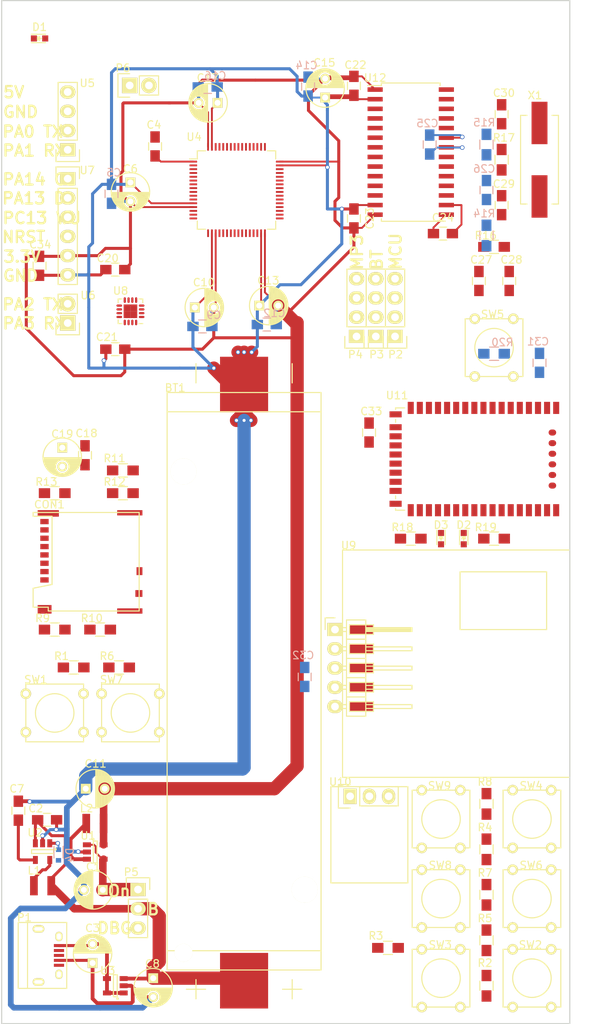
<source format=kicad_pcb>
(kicad_pcb (version 4) (host pcbnew 4.0.2-stable)
  (title_block (title "SenseWalk2: Minimalistic version") (rev 1) (company "University of Central Florida\\nSenior Design G23\\nBenoit Brummer\\n\\n\\n"))
  (layers (0 F.Cu signal) (31 B.Cu signal) (34 B.Paste user) (35 F.Paste user) (36 B.SilkS user) (37 F.SilkS user) (38 B.Mask user) (39 F.Mask user) (44 Edge.Cuts user))
  (net 0 "")
  (net 1 GND)
  (net 2 +BATT)
  (net 3 +5V)
  (net 4 +3V3)
  (net 5 PD2_SD-CMD)
  (net 6 PC10_SD-D2)
  (net 7 PC11_SD-D3)
  (net 8 PC12_SD-CK)
  (net 9 PC8_SD-D0)
  (net 10 PC9_SD-D1)
  (net 11 PA15_SD-DET)
  (net 12 "Net-(L2-Pad1)")
  (net 13 /in5)
  (net 14 /in6)
  (net 15 /in7)
  (net 16 /in8)
  (net 17 /in1)
  (net 18 /in2)
  (net 19 /in3)
  (net 20 /in4)
  (net 21 PC13_dbg)
  (net 22 NRST)
  (net 23 PC0_MP3-SCL)
  (net 24 PC1_MP3-SDA)
  (net 25 PC2_MAG-MISO)
  (net 26 PA0_las)
  (net 27 PA1_las)
  (net 28 PA2_UART)
  (net 29 PA3_UART)
  (net 30 PA4_BTpcm-Sync)
  (net 31 PA5_MP3-SCK)
  (net 32 PA6_BT-RTS)
  (net 33 PA7_MP3-SDI)
  (net 34 PC4_BT-RX)
  (net 35 PC5_BT-TX)
  (net 36 PB1_BT-CTS)
  (net 37 PB2_BT-GP2)
  (net 38 PB10_MAG-SPC)
  (net 39 "Net-(D1-Pad2)")
  (net 40 PB12_MAG-INT)
  (net 41 PB13_MAG-TRIG)
  (net 42 PB14_MP3-RST)
  (net 43 PB15_MAG-MOSI)
  (net 44 PC6_MP3-DR)
  (net 45 PA9_GPS-RX)
  (net 46 PA13_dbg)
  (net 47 PA14_dbg)
  (net 48 PB3_BTpcm-CLK)
  (net 49 PB5_BTpcm-IN)
  (net 50 PB7_GPS-TX)
  (net 51 PB9_MAG-CS)
  (net 52 "Net-(P4-Pad4)")
  (net 53 "Net-(P4-Pad1)")
  (net 54 "Net-(P4-Pad2)")
  (net 55 "Net-(C26-Pad1)")
  (net 56 "Net-(C28-Pad1)")
  (net 57 "Net-(C29-Pad1)")
  (net 58 "Net-(C27-Pad1)")
  (net 59 "Net-(D2-Pad2)")
  (net 60 "Net-(D2-Pad1)")
  (net 61 "Net-(D3-Pad2)")
  (net 62 "Net-(D3-Pad1)")
  (net 63 "Net-(P3-Pad1)")
  (net 64 "Net-(P3-Pad2)")
  (net 65 "Net-(P3-Pad3)")
  (net 66 "Net-(P3-Pad4)")
  (net 67 "Net-(L1-Pad2)")
  (net 68 "Net-(C3-Pad2)")
  (net 69 "Net-(C26-Pad2)")
  (net 70 "Net-(C30-Pad1)")
  (net 71 PB0_mic)
  (net 72 PB11_BT-GP9)
  (net 73 x-in-1)
  (net 74 x-in-2)
  (net 75 /3VEN)
  (net 76 /5VEN)
  (net 77 "Net-(D4-Pad2)")
  (module Capacitors_ThroughHole:C_Radial_D5_L11_P2.5 (layer F.Cu) (at 50.35 157.35 180)
    (fp_text reference C1 (at 1.25 3.05 180) (layer F.SilkS))
    (fp_text value 10uF)
    (pad 1 thru_hole rect (at 0 0 180) (size 1.3 1.3) (drill 0.8) (layers *.Cu *.Mask F.SilkS) (net 75 /3VEN))
    (pad 2 thru_hole circle (at 2.5 0 180) (size 1.3 1.3) (drill 0.8) (layers *.Cu *.Mask F.SilkS) (net 1 GND))
  )
  (module con-trougnouf:MicroSD (layer F.Cu) (at 42.65 112.05 90)
    (fp_text reference CON1 (at 5.55 0.65 180) (layer F.SilkS))
    (fp_text value uSD_Card)
    (pad 6 smd rect (at -2.2 0 90) (size 0.7 1.1) (layers F.Cu F.Paste F.Mask) (net 1 GND))
    (pad 3 smd rect (at 1.1 0 90) (size 0.7 1.1) (layers F.Cu F.Paste F.Mask) (net 5 PD2_SD-CMD))
    (pad ~ smd rect (at 4.38 0.5 90) (size 0.86 2.8) (layers F.Cu F.Paste F.Mask))
    (pad 1 smd rect (at 3.3 0 90) (size 0.7 1.1) (layers F.Cu F.Paste F.Mask) (net 6 PC10_SD-D2))
    (pad 2 smd rect (at 2.2 0 90) (size 0.7 1.1) (layers F.Cu F.Paste F.Mask) (net 7 PC11_SD-D3))
    (pad 4 smd rect (at 0 0 90) (size 0.7 1.1) (layers F.Cu F.Paste F.Mask) (net 4 +3V3))
    (pad 5 smd rect (at -1.1 0 90) (size 0.7 1.1) (layers F.Cu F.Paste F.Mask) (net 8 PC12_SD-CK))
    (pad 7 smd rect (at -3.3 0 90) (size 0.7 1.1) (layers F.Cu F.Paste F.Mask) (net 9 PC8_SD-D0))
    (pad 8 smd rect (at -4.4 0 90) (size 0.7 1.1) (layers F.Cu F.Paste F.Mask) (net 10 PC9_SD-D1))
    (pad ~ smd rect (at -8.28 0.015 90) (size 1.14 1.83) (layers F.Cu F.Paste F.Mask))
    (pad ~ smd rect (at -8.5 11.265 90) (size 0.7 3.33) (layers F.Cu F.Paste F.Mask))
    (pad 6 smd rect (at -6.19 12.465 90) (size 0.9 0.93) (layers F.Cu F.Paste F.Mask) (net 1 GND))
    (pad 9 smd rect (at -3.24 12.54 90) (size 1.05 0.78) (layers F.Cu F.Paste F.Mask) (net 11 PA15_SD-DET))
    (pad ~ smd rect (at 4.46 11.265 90) (size 0.7 3.33) (layers F.Cu F.Paste F.Mask))
  )
  (module BT:RN-52 (layer F.Cu) (at 102 100.5 270)
    (fp_text reference U11 (at -8.4 12.8 360) (layer F.SilkS))
    (fp_text value RN-52)
    (pad 28 smd rect (at 6.75 11 270) (size 1.6 0.8) (layers F.Cu F.Paste F.Mask))
    (pad 27 smd rect (at 5.9 13 270) (size 0.8 1.6) (layers F.Cu F.Paste F.Mask) (net 1 GND))
    (pad 19 smd rect (at -4.2 13 270) (size 0.8 1.6) (layers F.Cu F.Paste F.Mask))
    (pad 1 smd rect (at -6.75 -8.2 270) (size 1.6 0.8) (layers F.Cu F.Paste F.Mask) (net 1 GND))
    (pad 2 smd rect (at -6.75 -7 270) (size 1.6 0.8) (layers F.Cu F.Paste F.Mask) (net 37 PB2_BT-GP2))
    (pad 3 smd rect (at -6.75 -5.8 270) (size 1.6 0.8) (layers F.Cu F.Paste F.Mask))
    (pad 4 smd rect (at -6.75 -4.6 270) (size 1.6 0.8) (layers F.Cu F.Paste F.Mask))
    (pad 5 smd rect (at -6.75 -3.4 270) (size 1.6 0.8) (layers F.Cu F.Paste F.Mask))
    (pad 6 smd rect (at -6.75 -2.2 270) (size 1.6 0.8) (layers F.Cu F.Paste F.Mask))
    (pad 7 smd rect (at -6.75 -1 270) (size 1.6 0.8) (layers F.Cu F.Paste F.Mask))
    (pad 8 smd rect (at -6.75 0.2 270) (size 1.6 0.8) (layers F.Cu F.Paste F.Mask))
    (pad 9 smd rect (at -6.75 1.4 270) (size 1.6 0.8) (layers F.Cu F.Paste F.Mask))
    (pad 10 smd rect (at -6.75 2.6 270) (size 1.6 0.8) (layers F.Cu F.Paste F.Mask))
    (pad 11 smd rect (at -6.75 3.8 270) (size 1.6 0.8) (layers F.Cu F.Paste F.Mask) (net 72 PB11_BT-GP9))
    (pad 12 smd rect (at -6.75 5 270) (size 1.6 0.8) (layers F.Cu F.Paste F.Mask))
    (pad 13 smd rect (at -6.75 6.2 270) (size 1.6 0.8) (layers F.Cu F.Paste F.Mask))
    (pad 14 smd rect (at -6.75 7.4 270) (size 1.6 0.8) (layers F.Cu F.Paste F.Mask) (net 32 PA6_BT-RTS))
    (pad 15 smd rect (at -6.75 8.6 270) (size 1.6 0.8) (layers F.Cu F.Paste F.Mask) (net 36 PB1_BT-CTS))
    (pad 16 smd rect (at -6.75 9.8 270) (size 1.6 0.8) (layers F.Cu F.Paste F.Mask) (net 35 PC5_BT-TX))
    (pad 17 smd rect (at -6.75 11 270) (size 1.6 0.8) (layers F.Cu F.Paste F.Mask) (net 34 PC4_BT-RX))
    (pad 18 smd rect (at -5.9 13 270) (size 0.8 1.6) (layers F.Cu F.Paste F.Mask) (net 1 GND))
    (pad 20 smd rect (at -3 13 270) (size 0.8 1.6) (layers F.Cu F.Paste F.Mask))
    (pad 21 smd rect (at -1.8 13 270) (size 0.8 1.6) (layers F.Cu F.Paste F.Mask) (net 4 +3V3))
    (pad 22 smd rect (at -0.6 13 270) (size 0.8 1.6) (layers F.Cu F.Paste F.Mask) (net 4 +3V3))
    (pad 23 smd rect (at 0.6 13 270) (size 0.8 1.6) (layers F.Cu F.Paste F.Mask) (net 66 "Net-(P3-Pad4)"))
    (pad 24 smd rect (at 1.8 13 270) (size 0.8 1.6) (layers F.Cu F.Paste F.Mask) (net 65 "Net-(P3-Pad3)"))
    (pad 25 smd rect (at 3 13 270) (size 0.8 1.6) (layers F.Cu F.Paste F.Mask) (net 64 "Net-(P3-Pad2)"))
    (pad 26 smd rect (at 4.2 13 270) (size 0.8 1.6) (layers F.Cu F.Paste F.Mask) (net 63 "Net-(P3-Pad1)"))
    (pad 29 smd rect (at 6.75 9.8 270) (size 1.6 0.8) (layers F.Cu F.Paste F.Mask))
    (pad 30 smd rect (at 6.75 8.6 270) (size 1.6 0.8) (layers F.Cu F.Paste F.Mask))
    (pad 31 smd rect (at 6.75 7.4 270) (size 1.6 0.8) (layers F.Cu F.Paste F.Mask))
    (pad 32 smd rect (at 6.75 6.2 270) (size 1.6 0.8) (layers F.Cu F.Paste F.Mask) (net 62 "Net-(D3-Pad1)"))
    (pad 33 smd rect (at 6.75 5 270) (size 1.6 0.8) (layers F.Cu F.Paste F.Mask) (net 60 "Net-(D2-Pad1)"))
    (pad 34 smd rect (at 6.75 3.8 270) (size 1.6 0.8) (layers F.Cu F.Paste F.Mask))
    (pad 35 smd rect (at 6.75 2.6 270) (size 1.6 0.8) (layers F.Cu F.Paste F.Mask))
    (pad 36 smd rect (at 6.75 1.4 270) (size 1.6 0.8) (layers F.Cu F.Paste F.Mask))
    (pad 37 smd rect (at 6.75 0.2 270) (size 1.6 0.8) (layers F.Cu F.Paste F.Mask))
    (pad 38 smd rect (at 6.75 -1 270) (size 1.6 0.8) (layers F.Cu F.Paste F.Mask))
    (pad 39 smd rect (at 6.75 -2.2 270) (size 1.6 0.8) (layers F.Cu F.Paste F.Mask) (net 1 GND))
    (pad 40 smd rect (at 6.75 -3.4 270) (size 1.6 0.8) (layers F.Cu F.Paste F.Mask))
    (pad 41 smd rect (at 6.75 -4.6 270) (size 1.6 0.8) (layers F.Cu F.Paste F.Mask))
    (pad 42 smd rect (at 6.75 -5.8 270) (size 1.6 0.8) (layers F.Cu F.Paste F.Mask))
    (pad 43 smd rect (at 6.75 -7 270) (size 1.6 0.8) (layers F.Cu F.Paste F.Mask))
    (pad 44 smd rect (at 6.75 -8.2 270) (size 1.6 0.8) (layers F.Cu F.Paste F.Mask) (net 1 GND))
    (pad 45 smd oval (at 3.5 -7.7 270) (size 0.8 1) (layers F.Cu F.Paste F.Mask) (net 1 GND))
    (pad 46 smd oval (at 2.1 -7.7 270) (size 0.8 1) (layers F.Cu F.Paste F.Mask) (net 1 GND))
    (pad 47 smd oval (at 0.7 -7.7 270) (size 0.8 1) (layers F.Cu F.Paste F.Mask) (net 1 GND))
    (pad 48 smd oval (at -0.7 -7.7 270) (size 0.8 1) (layers F.Cu F.Paste F.Mask) (net 1 GND))
    (pad 49 smd oval (at -2.1 -7.7 270) (size 0.8 1) (layers F.Cu F.Paste F.Mask) (net 1 GND))
    (pad 50 smd oval (at -3.5 -7.7 270) (size 0.8 1) (layers F.Cu F.Paste F.Mask) (net 1 GND))
  )
  (module con-trougnouf:18650BatteryHolder (layer F.Cu) (at 69 173 270)
    (fp_text reference BT1 (at -81.9 9.1 360) (layer F.SilkS))
    (fp_text value Battery)
    (pad "" np_thru_hole oval (at -70.87 8 270) (size 3.45 3.45) (drill 3.45) (layers *.Cu *.Mask F.SilkS))
    (pad 1 smd rect (at -3.67 0 270) (size 7.34 6.35) (layers F.Cu F.Paste F.Mask) (net 2 +BATT))
    (pad 2 smd rect (at -82.33 0 270) (size 7.34 6.35) (layers F.Cu F.Paste F.Mask) (net 1 GND))
    (pad "" np_thru_hole oval (at -7.34 8 270) (size 2.39 2.39) (drill 2.39) (layers *.Cu *.Mask F.SilkS))
    (pad "" np_thru_hole oval (at -15.67 -8 270) (size 3.45 3.45) (drill 3.45) (layers *.Cu *.Mask F.SilkS))
  )
  (module Capacitors_ThroughHole:C_Radial_D5_L11_P2.5 (layer F.Cu) (at 49 167 90)
    (fp_text reference C3 (at 4.6 0 180) (layer F.SilkS))
    (fp_text value 1uF)
    (pad 1 thru_hole rect (at 0 0 90) (size 1.3 1.3) (drill 0.8) (layers *.Cu *.Mask F.SilkS) (net 1 GND))
    (pad 2 thru_hole circle (at 2.5 0 90) (size 1.3 1.3) (drill 0.8) (layers *.Cu *.Mask F.SilkS) (net 68 "Net-(C3-Pad2)"))
  )
  (module Capacitors_SMD:C_0805_HandSoldering (layer F.Cu) (at 57.25 59.25 270)
    (fp_text reference C4 (at -2.85 0.15 360) (layer F.SilkS))
    (fp_text value 0.1uF)
    (pad 1 smd rect (at -1.25 0 270) (size 1.5 1.25) (layers F.Cu F.Paste F.Mask) (net 1 GND))
    (pad 2 smd rect (at 1.25 0 270) (size 1.5 1.25) (layers F.Cu F.Paste F.Mask) (net 4 +3V3))
  )
  (module Capacitors_ThroughHole:C_Radial_D5_L11_P2.5 (layer F.Cu) (at 54 64 270)
    (fp_text reference C6 (at -1.8 0 360) (layer F.SilkS))
    (fp_text value 4.7uF)
    (pad 1 thru_hole rect (at 0 0 270) (size 1.3 1.3) (drill 0.8) (layers *.Cu *.Mask F.SilkS) (net 1 GND))
    (pad 2 thru_hole circle (at 2.5 0 270) (size 1.3 1.3) (drill 0.8) (layers *.Cu *.Mask F.SilkS) (net 4 +3V3))
  )
  (module Capacitors_SMD:C_0805_HandSoldering (layer F.Cu) (at 39.2 146.9 90)
    (fp_text reference C7 (at 2.9 -0.2 180) (layer F.SilkS))
    (fp_text value 10uF)
    (pad 1 smd rect (at -1.25 0 90) (size 1.5 1.25) (layers F.Cu F.Paste F.Mask) (net 3 +5V))
    (pad 2 smd rect (at 1.25 0 90) (size 1.5 1.25) (layers F.Cu F.Paste F.Mask) (net 1 GND))
  )
  (module Capacitors_ThroughHole:C_Radial_D5_L11_P2.5 (layer F.Cu) (at 57 169 270)
    (fp_text reference C8 (at -1.9 0.1 360) (layer F.SilkS))
    (fp_text value 1uF)
    (pad 1 thru_hole rect (at 0 0 270) (size 1.3 1.3) (drill 0.8) (layers *.Cu *.Mask F.SilkS) (net 2 +BATT))
    (pad 2 thru_hole circle (at 2.5 0 270) (size 1.3 1.3) (drill 0.8) (layers *.Cu *.Mask F.SilkS) (net 1 GND))
  )
  (module Capacitors_ThroughHole:C_Radial_D5_L11_P2.5 (layer F.Cu) (at 62.5 80.5)
    (fp_text reference C10 (at 1.2 -3.3) (layer F.SilkS))
    (fp_text value 4.7uF)
    (pad 1 thru_hole rect (at 0 0) (size 1.3 1.3) (drill 0.8) (layers *.Cu *.Mask F.SilkS) (net 1 GND))
    (pad 2 thru_hole circle (at 2.5 0) (size 1.3 1.3) (drill 0.8) (layers *.Cu *.Mask F.SilkS) (net 4 +3V3))
  )
  (module Capacitors_ThroughHole:C_Radial_D5_L11_P2.5 (layer F.Cu) (at 65.5 53.5 180)
    (fp_text reference C17 (at 1.3 3.3 180) (layer F.SilkS))
    (fp_text value 4.7uF)
    (pad 1 thru_hole rect (at 0 0 180) (size 1.3 1.3) (drill 0.8) (layers *.Cu *.Mask F.SilkS) (net 1 GND))
    (pad 2 thru_hole circle (at 2.5 0 180) (size 1.3 1.3) (drill 0.8) (layers *.Cu *.Mask F.SilkS) (net 4 +3V3))
  )
  (module Inductors_NEOSID:Neosid_Inductor_SM-NE29_SMD1008 (layer F.Cu) (at 42.4 156.8 180)
    (fp_text reference L1 (at 1.1 2 180) (layer F.SilkS))
    (fp_text value 4.7uH)
    (pad 2 smd rect (at 1.14554 0 180) (size 1.02108 2.54) (layers F.Cu F.Paste F.Mask) (net 67 "Net-(L1-Pad2)"))
    (pad 1 smd rect (at -1.14554 0 180) (size 1.02108 2.54) (layers F.Cu F.Paste F.Mask) (net 2 +BATT))
  )
  (module Inductors_NEOSID:Neosid_Inductor_SM-NE29_SMD1008 (layer F.Cu) (at 49.31 148.58)
    (fp_text reference L2 (at -1.11 -1.98 180) (layer F.SilkS))
    (fp_text value 4.7uH)
    (pad 2 smd rect (at 1.14554 0) (size 1.02108 2.54) (layers F.Cu F.Paste F.Mask) (net 4 +3V3))
    (pad 1 smd rect (at -1.14554 0) (size 1.02108 2.54) (layers F.Cu F.Paste F.Mask) (net 12 "Net-(L2-Pad1)"))
  )
  (module Connect:USB_Micro-B (layer F.Cu) (at 43 166 270)
    (fp_text reference P1 (at -5 3 360) (layer F.SilkS))
    (fp_text value USB_B)
    (pad 1 smd rect (at -1.3009 -1.56254) (size 1.35 0.4) (layers F.Cu F.Paste F.Mask) (net 68 "Net-(C3-Pad2)"))
    (pad 2 smd rect (at -0.6509 -1.56254) (size 1.35 0.4) (layers F.Cu F.Paste F.Mask))
    (pad 3 smd rect (at -0.0009 -1.56254) (size 1.35 0.4) (layers F.Cu F.Paste F.Mask))
    (pad 4 smd rect (at 0.6491 -1.56254) (size 1.35 0.4) (layers F.Cu F.Paste F.Mask) (net 1 GND))
    (pad 5 smd rect (at 1.2991 -1.56254) (size 1.35 0.4) (layers F.Cu F.Paste F.Mask))
    (pad 6 thru_hole oval (at -2.5009 -1.56254) (size 0.95 1.25) (drill oval 0.55 0.85) (layers *.Cu *.Mask F.SilkS))
    (pad 6 thru_hole oval (at 2.4991 -1.56254) (size 0.95 1.25) (drill oval 0.55 0.85) (layers *.Cu *.Mask F.SilkS))
    (pad 6 thru_hole oval (at -3.5009 1.13746) (size 1.55 1) (drill oval 1.15 0.5) (layers *.Cu *.Mask F.SilkS))
    (pad 6 thru_hole oval (at 3.4991 1.13746) (size 1.55 1) (drill oval 1.15 0.5) (layers *.Cu *.Mask F.SilkS))
  )
  (module Buttons_Switches_ThroughHole:SW_PUSH_SMALL (layer F.Cu) (at 44 134)
    (fp_text reference SW1 (at -2.5 -4.4) (layer F.SilkS))
    (fp_text value SW_PUSH)
    (pad 1 thru_hole circle (at 3.81 -2.54) (size 1.397 1.397) (drill 0.8128) (layers *.Cu *.Mask F.SilkS) (net 13 /in5))
    (pad 2 thru_hole circle (at 3.81 2.54) (size 1.397 1.397) (drill 0.8128) (layers *.Cu *.Mask F.SilkS) (net 4 +3V3))
    (pad 1 thru_hole circle (at -3.81 -2.54) (size 1.397 1.397) (drill 0.8128) (layers *.Cu *.Mask F.SilkS) (net 13 /in5))
    (pad 2 thru_hole circle (at -3.81 2.54) (size 1.397 1.397) (drill 0.8128) (layers *.Cu *.Mask F.SilkS) (net 4 +3V3))
  )
  (module Buttons_Switches_ThroughHole:SW_PUSH_SMALL (layer F.Cu) (at 107 169 270)
    (fp_text reference SW2 (at -4.4 0.2 360) (layer F.SilkS))
    (fp_text value SW_PUSH)
    (pad 1 thru_hole circle (at 3.81 -2.54 270) (size 1.397 1.397) (drill 0.8128) (layers *.Cu *.Mask F.SilkS) (net 14 /in6))
    (pad 2 thru_hole circle (at 3.81 2.54 270) (size 1.397 1.397) (drill 0.8128) (layers *.Cu *.Mask F.SilkS) (net 4 +3V3))
    (pad 1 thru_hole circle (at -3.81 -2.54 270) (size 1.397 1.397) (drill 0.8128) (layers *.Cu *.Mask F.SilkS) (net 14 /in6))
    (pad 2 thru_hole circle (at -3.81 2.54 270) (size 1.397 1.397) (drill 0.8128) (layers *.Cu *.Mask F.SilkS) (net 4 +3V3))
  )
  (module Buttons_Switches_ThroughHole:SW_PUSH_SMALL (layer F.Cu) (at 95 169 90)
    (fp_text reference SW3 (at 4.4 -0.1 180) (layer F.SilkS))
    (fp_text value SW_PUSH)
    (pad 1 thru_hole circle (at 3.81 -2.54 90) (size 1.397 1.397) (drill 0.8128) (layers *.Cu *.Mask F.SilkS) (net 15 /in7))
    (pad 2 thru_hole circle (at 3.81 2.54 90) (size 1.397 1.397) (drill 0.8128) (layers *.Cu *.Mask F.SilkS) (net 4 +3V3))
    (pad 1 thru_hole circle (at -3.81 -2.54 90) (size 1.397 1.397) (drill 0.8128) (layers *.Cu *.Mask F.SilkS) (net 15 /in7))
    (pad 2 thru_hole circle (at -3.81 2.54 90) (size 1.397 1.397) (drill 0.8128) (layers *.Cu *.Mask F.SilkS) (net 4 +3V3))
  )
  (module Buttons_Switches_ThroughHole:SW_PUSH_SMALL (layer F.Cu) (at 107 148 270)
    (fp_text reference SW4 (at -4.4 0.1 360) (layer F.SilkS))
    (fp_text value SW_PUSH)
    (pad 1 thru_hole circle (at 3.81 -2.54 270) (size 1.397 1.397) (drill 0.8128) (layers *.Cu *.Mask F.SilkS) (net 16 /in8))
    (pad 2 thru_hole circle (at 3.81 2.54 270) (size 1.397 1.397) (drill 0.8128) (layers *.Cu *.Mask F.SilkS) (net 4 +3V3))
    (pad 1 thru_hole circle (at -3.81 -2.54 270) (size 1.397 1.397) (drill 0.8128) (layers *.Cu *.Mask F.SilkS) (net 16 /in8))
    (pad 2 thru_hole circle (at -3.81 2.54 270) (size 1.397 1.397) (drill 0.8128) (layers *.Cu *.Mask F.SilkS) (net 4 +3V3))
  )
  (module Buttons_Switches_ThroughHole:SW_PUSH_SMALL (layer F.Cu) (at 107 158.5 270)
    (fp_text reference SW6 (at -4.4 0.1 360) (layer F.SilkS))
    (fp_text value SW_PUSH)
    (pad 1 thru_hole circle (at 3.81 -2.54 270) (size 1.397 1.397) (drill 0.8128) (layers *.Cu *.Mask F.SilkS) (net 17 /in1))
    (pad 2 thru_hole circle (at 3.81 2.54 270) (size 1.397 1.397) (drill 0.8128) (layers *.Cu *.Mask F.SilkS) (net 4 +3V3))
    (pad 1 thru_hole circle (at -3.81 -2.54 270) (size 1.397 1.397) (drill 0.8128) (layers *.Cu *.Mask F.SilkS) (net 17 /in1))
    (pad 2 thru_hole circle (at -3.81 2.54 270) (size 1.397 1.397) (drill 0.8128) (layers *.Cu *.Mask F.SilkS) (net 4 +3V3))
  )
  (module Buttons_Switches_ThroughHole:SW_PUSH_SMALL (layer F.Cu) (at 54 134)
    (fp_text reference SW7 (at -2.5 -4.4) (layer F.SilkS))
    (fp_text value SW_PUSH)
    (pad 1 thru_hole circle (at 3.81 -2.54) (size 1.397 1.397) (drill 0.8128) (layers *.Cu *.Mask F.SilkS) (net 18 /in2))
    (pad 2 thru_hole circle (at 3.81 2.54) (size 1.397 1.397) (drill 0.8128) (layers *.Cu *.Mask F.SilkS) (net 4 +3V3))
    (pad 1 thru_hole circle (at -3.81 -2.54) (size 1.397 1.397) (drill 0.8128) (layers *.Cu *.Mask F.SilkS) (net 18 /in2))
    (pad 2 thru_hole circle (at -3.81 2.54) (size 1.397 1.397) (drill 0.8128) (layers *.Cu *.Mask F.SilkS) (net 4 +3V3))
  )
  (module Buttons_Switches_ThroughHole:SW_PUSH_SMALL (layer F.Cu) (at 95 158.5 90)
    (fp_text reference SW8 (at 4.4 -0.1 180) (layer F.SilkS))
    (fp_text value SW_PUSH)
    (pad 1 thru_hole circle (at 3.81 -2.54 90) (size 1.397 1.397) (drill 0.8128) (layers *.Cu *.Mask F.SilkS) (net 19 /in3))
    (pad 2 thru_hole circle (at 3.81 2.54 90) (size 1.397 1.397) (drill 0.8128) (layers *.Cu *.Mask F.SilkS) (net 4 +3V3))
    (pad 1 thru_hole circle (at -3.81 -2.54 90) (size 1.397 1.397) (drill 0.8128) (layers *.Cu *.Mask F.SilkS) (net 19 /in3))
    (pad 2 thru_hole circle (at -3.81 2.54 90) (size 1.397 1.397) (drill 0.8128) (layers *.Cu *.Mask F.SilkS) (net 4 +3V3))
  )
  (module Buttons_Switches_ThroughHole:SW_PUSH_SMALL (layer F.Cu) (at 95 148 90)
    (fp_text reference SW9 (at 4.4 -0.2 180) (layer F.SilkS))
    (fp_text value SW_PUSH)
    (pad 1 thru_hole circle (at 3.81 -2.54 90) (size 1.397 1.397) (drill 0.8128) (layers *.Cu *.Mask F.SilkS) (net 20 /in4))
    (pad 2 thru_hole circle (at 3.81 2.54 90) (size 1.397 1.397) (drill 0.8128) (layers *.Cu *.Mask F.SilkS) (net 4 +3V3))
    (pad 1 thru_hole circle (at -3.81 -2.54 90) (size 1.397 1.397) (drill 0.8128) (layers *.Cu *.Mask F.SilkS) (net 20 /in4))
    (pad 2 thru_hole circle (at -3.81 2.54 90) (size 1.397 1.397) (drill 0.8128) (layers *.Cu *.Mask F.SilkS) (net 4 +3V3))
  )
  (module TO_SOT_Packages_SMD:SOT-23-5 (layer F.Cu) (at 42.4 152.3 270)
    (fp_text reference U2 (at -2.5 1 360) (layer F.SilkS))
    (fp_text value XC9140)
    (pad 1 smd rect (at -1.1 -0.95 270) (size 1.06 0.65) (layers F.Cu F.Paste F.Mask) (net 76 /5VEN))
    (pad 2 smd rect (at -1.1 0 270) (size 1.06 0.65) (layers F.Cu F.Paste F.Mask) (net 1 GND))
    (pad 3 smd rect (at -1.1 0.95 270) (size 1.06 0.65) (layers F.Cu F.Paste F.Mask) (net 2 +BATT))
    (pad 4 smd rect (at 1.1 0.95 270) (size 1.06 0.65) (layers F.Cu F.Paste F.Mask) (net 3 +5V))
    (pad 5 smd rect (at 1.1 -0.95 270) (size 1.06 0.65) (layers F.Cu F.Paste F.Mask) (net 67 "Net-(L1-Pad2)"))
  )
  (module TO_SOT_Packages_SMD:SOT-23-5 (layer F.Cu) (at 52 170 180)
    (fp_text reference U3 (at 1 2 180) (layer F.SilkS))
    (fp_text value MCP73811/2)
    (pad 1 smd rect (at -1.1 -0.95 180) (size 1.06 0.65) (layers F.Cu F.Paste F.Mask) (net 68 "Net-(C3-Pad2)"))
    (pad 2 smd rect (at -1.1 0 180) (size 1.06 0.65) (layers F.Cu F.Paste F.Mask) (net 1 GND))
    (pad 3 smd rect (at -1.1 0.95 180) (size 1.06 0.65) (layers F.Cu F.Paste F.Mask) (net 2 +BATT))
    (pad 4 smd rect (at 1.1 0.95 180) (size 1.06 0.65) (layers F.Cu F.Paste F.Mask) (net 68 "Net-(C3-Pad2)"))
    (pad 5 smd rect (at 1.1 -0.95 180) (size 1.06 0.65) (layers F.Cu F.Paste F.Mask) (net 68 "Net-(C3-Pad2)"))
  )
  (module Housings_QFP:LQFP-64_10x10mm_Pitch0.5mm (layer F.Cu) (at 68 65)
    (fp_text reference U4 (at -5.6 -7) (layer F.SilkS))
    (fp_text value STM32L476R)
    (pad 1 smd rect (at -5.7 -3.75) (size 1 0.25) (layers F.Cu F.Paste F.Mask) (net 4 +3V3))
    (pad 2 smd rect (at -5.7 -3.25) (size 1 0.25) (layers F.Cu F.Paste F.Mask) (net 21 PC13_dbg))
    (pad 3 smd rect (at -5.7 -2.75) (size 1 0.25) (layers F.Cu F.Paste F.Mask) (net 13 /in5))
    (pad 4 smd rect (at -5.7 -2.25) (size 1 0.25) (layers F.Cu F.Paste F.Mask) (net 14 /in6))
    (pad 5 smd rect (at -5.7 -1.75) (size 1 0.25) (layers F.Cu F.Paste F.Mask) (net 15 /in7))
    (pad 6 smd rect (at -5.7 -1.25) (size 1 0.25) (layers F.Cu F.Paste F.Mask) (net 16 /in8))
    (pad 7 smd rect (at -5.7 -0.75) (size 1 0.25) (layers F.Cu F.Paste F.Mask) (net 22 NRST))
    (pad 8 smd rect (at -5.7 -0.25) (size 1 0.25) (layers F.Cu F.Paste F.Mask) (net 23 PC0_MP3-SCL))
    (pad 9 smd rect (at -5.7 0.25) (size 1 0.25) (layers F.Cu F.Paste F.Mask) (net 24 PC1_MP3-SDA))
    (pad 10 smd rect (at -5.7 0.75) (size 1 0.25) (layers F.Cu F.Paste F.Mask) (net 25 PC2_MAG-MISO))
    (pad 11 smd rect (at -5.7 1.25) (size 1 0.25) (layers F.Cu F.Paste F.Mask))
    (pad 12 smd rect (at -5.7 1.75) (size 1 0.25) (layers F.Cu F.Paste F.Mask) (net 1 GND))
    (pad 13 smd rect (at -5.7 2.25) (size 1 0.25) (layers F.Cu F.Paste F.Mask) (net 4 +3V3))
    (pad 14 smd rect (at -5.7 2.75) (size 1 0.25) (layers F.Cu F.Paste F.Mask) (net 26 PA0_las))
    (pad 15 smd rect (at -5.7 3.25) (size 1 0.25) (layers F.Cu F.Paste F.Mask) (net 27 PA1_las))
    (pad 16 smd rect (at -5.7 3.75) (size 1 0.25) (layers F.Cu F.Paste F.Mask) (net 28 PA2_UART))
    (pad 17 smd rect (at -3.75 5.7 90) (size 1 0.25) (layers F.Cu F.Paste F.Mask) (net 29 PA3_UART))
    (pad 18 smd rect (at -3.25 5.7 90) (size 1 0.25) (layers F.Cu F.Paste F.Mask) (net 1 GND))
    (pad 19 smd rect (at -2.75 5.7 90) (size 1 0.25) (layers F.Cu F.Paste F.Mask) (net 4 +3V3))
    (pad 20 smd rect (at -2.25 5.7 90) (size 1 0.25) (layers F.Cu F.Paste F.Mask) (net 30 PA4_BTpcm-Sync))
    (pad 21 smd rect (at -1.75 5.7 90) (size 1 0.25) (layers F.Cu F.Paste F.Mask) (net 31 PA5_MP3-SCK))
    (pad 22 smd rect (at -1.25 5.7 90) (size 1 0.25) (layers F.Cu F.Paste F.Mask) (net 32 PA6_BT-RTS))
    (pad 23 smd rect (at -0.75 5.7 90) (size 1 0.25) (layers F.Cu F.Paste F.Mask) (net 33 PA7_MP3-SDI))
    (pad 24 smd rect (at -0.25 5.7 90) (size 1 0.25) (layers F.Cu F.Paste F.Mask) (net 34 PC4_BT-RX))
    (pad 25 smd rect (at 0.25 5.7 90) (size 1 0.25) (layers F.Cu F.Paste F.Mask) (net 35 PC5_BT-TX))
    (pad 26 smd rect (at 0.75 5.7 90) (size 1 0.25) (layers F.Cu F.Paste F.Mask) (net 71 PB0_mic))
    (pad 27 smd rect (at 1.25 5.7 90) (size 1 0.25) (layers F.Cu F.Paste F.Mask) (net 36 PB1_BT-CTS))
    (pad 28 smd rect (at 1.75 5.7 90) (size 1 0.25) (layers F.Cu F.Paste F.Mask) (net 37 PB2_BT-GP2))
    (pad 29 smd rect (at 2.25 5.7 90) (size 1 0.25) (layers F.Cu F.Paste F.Mask) (net 38 PB10_MAG-SPC))
    (pad 30 smd rect (at 2.75 5.7 90) (size 1 0.25) (layers F.Cu F.Paste F.Mask) (net 72 PB11_BT-GP9))
    (pad 31 smd rect (at 3.25 5.7 90) (size 1 0.25) (layers F.Cu F.Paste F.Mask) (net 1 GND))
    (pad 32 smd rect (at 3.75 5.7 90) (size 1 0.25) (layers F.Cu F.Paste F.Mask) (net 4 +3V3))
    (pad 33 smd rect (at 5.7 3.75) (size 1 0.25) (layers F.Cu F.Paste F.Mask) (net 40 PB12_MAG-INT))
    (pad 34 smd rect (at 5.7 3.25) (size 1 0.25) (layers F.Cu F.Paste F.Mask) (net 41 PB13_MAG-TRIG))
    (pad 35 smd rect (at 5.7 2.75) (size 1 0.25) (layers F.Cu F.Paste F.Mask) (net 42 PB14_MP3-RST))
    (pad 36 smd rect (at 5.7 2.25) (size 1 0.25) (layers F.Cu F.Paste F.Mask) (net 43 PB15_MAG-MOSI))
    (pad 37 smd rect (at 5.7 1.75) (size 1 0.25) (layers F.Cu F.Paste F.Mask) (net 44 PC6_MP3-DR))
    (pad 38 smd rect (at 5.7 1.25) (size 1 0.25) (layers F.Cu F.Paste F.Mask) (net 77 "Net-(D4-Pad2)"))
    (pad 39 smd rect (at 5.7 0.75) (size 1 0.25) (layers F.Cu F.Paste F.Mask) (net 9 PC8_SD-D0))
    (pad 40 smd rect (at 5.7 0.25) (size 1 0.25) (layers F.Cu F.Paste F.Mask) (net 10 PC9_SD-D1))
    (pad 41 smd rect (at 5.7 -0.25) (size 1 0.25) (layers F.Cu F.Paste F.Mask) (net 17 /in1))
    (pad 42 smd rect (at 5.7 -0.75) (size 1 0.25) (layers F.Cu F.Paste F.Mask) (net 45 PA9_GPS-RX))
    (pad 43 smd rect (at 5.7 -1.25) (size 1 0.25) (layers F.Cu F.Paste F.Mask) (net 18 /in2))
    (pad 44 smd rect (at 5.7 -1.75) (size 1 0.25) (layers F.Cu F.Paste F.Mask) (net 19 /in3))
    (pad 45 smd rect (at 5.7 -2.25) (size 1 0.25) (layers F.Cu F.Paste F.Mask) (net 20 /in4))
    (pad 46 smd rect (at 5.7 -2.75) (size 1 0.25) (layers F.Cu F.Paste F.Mask) (net 46 PA13_dbg))
    (pad 47 smd rect (at 5.7 -3.25) (size 1 0.25) (layers F.Cu F.Paste F.Mask) (net 1 GND))
    (pad 48 smd rect (at 5.7 -3.75) (size 1 0.25) (layers F.Cu F.Paste F.Mask) (net 4 +3V3))
    (pad 49 smd rect (at 3.75 -5.7 90) (size 1 0.25) (layers F.Cu F.Paste F.Mask) (net 47 PA14_dbg))
    (pad 50 smd rect (at 3.25 -5.7 90) (size 1 0.25) (layers F.Cu F.Paste F.Mask) (net 11 PA15_SD-DET))
    (pad 51 smd rect (at 2.75 -5.7 90) (size 1 0.25) (layers F.Cu F.Paste F.Mask) (net 6 PC10_SD-D2))
    (pad 52 smd rect (at 2.25 -5.7 90) (size 1 0.25) (layers F.Cu F.Paste F.Mask) (net 7 PC11_SD-D3))
    (pad 53 smd rect (at 1.75 -5.7 90) (size 1 0.25) (layers F.Cu F.Paste F.Mask) (net 8 PC12_SD-CK))
    (pad 54 smd rect (at 1.25 -5.7 90) (size 1 0.25) (layers F.Cu F.Paste F.Mask) (net 5 PD2_SD-CMD))
    (pad 55 smd rect (at 0.75 -5.7 90) (size 1 0.25) (layers F.Cu F.Paste F.Mask) (net 48 PB3_BTpcm-CLK))
    (pad 56 smd rect (at 0.25 -5.7 90) (size 1 0.25) (layers F.Cu F.Paste F.Mask) (net 73 x-in-1))
    (pad 57 smd rect (at -0.25 -5.7 90) (size 1 0.25) (layers F.Cu F.Paste F.Mask) (net 49 PB5_BTpcm-IN))
    (pad 58 smd rect (at -0.75 -5.7 90) (size 1 0.25) (layers F.Cu F.Paste F.Mask) (net 74 x-in-2))
    (pad 59 smd rect (at -1.25 -5.7 90) (size 1 0.25) (layers F.Cu F.Paste F.Mask) (net 50 PB7_GPS-TX))
    (pad 60 smd rect (at -1.75 -5.7 90) (size 1 0.25) (layers F.Cu F.Paste F.Mask))
    (pad 61 smd rect (at -2.25 -5.7 90) (size 1 0.25) (layers F.Cu F.Paste F.Mask) (net 39 "Net-(D1-Pad2)"))
    (pad 62 smd rect (at -2.75 -5.7 90) (size 1 0.25) (layers F.Cu F.Paste F.Mask) (net 51 PB9_MAG-CS))
    (pad 63 smd rect (at -3.25 -5.7 90) (size 1 0.25) (layers F.Cu F.Paste F.Mask) (net 1 GND))
    (pad 64 smd rect (at -3.75 -5.7 90) (size 1 0.25) (layers F.Cu F.Paste F.Mask) (net 4 +3V3))
  )
  (module con-trougnouf:Socket_Strip_Straight_1x04_3467 (layer F.Cu) (at 45.72 59.69 90)
    (fp_text reference U5 (at 8.79 2.58 180) (layer F.SilkS))
    (fp_text value Lightware_SF10/A)
    (pad 3 thru_hole rect (at 0 0 90) (size 1.7272 2.032) (drill 1.016) (layers *.Cu *.Mask F.SilkS) (net 27 PA1_las))
    (pad 4 thru_hole oval (at 2.54 0 90) (size 1.7272 2.032) (drill 1.016) (layers *.Cu *.Mask F.SilkS) (net 26 PA0_las))
    (pad 6 thru_hole oval (at 5.08 0 90) (size 1.7272 2.032) (drill 1.016) (layers *.Cu *.Mask F.SilkS) (net 1 GND))
    (pad 7 thru_hole oval (at 7.62 0 90) (size 1.7272 2.032) (drill 1.016) (layers *.Cu *.Mask F.SilkS) (net 3 +5V))
  )
  (module Housings_DFN_QFN:QFN-16-1EP_3x3mm_Pitch0.5mm (layer F.Cu) (at 54 81 180)
    (fp_text reference U8 (at 1.3 2.7 360) (layer F.SilkS))
    (fp_text value MLX90393)
    (pad 1 smd oval (at -1.475 -0.75 180) (size 0.75 0.3) (layers F.Cu F.Paste F.Mask) (net 40 PB12_MAG-INT))
    (pad 2 smd oval (at -1.475 -0.25 180) (size 0.75 0.3) (layers F.Cu F.Paste F.Mask) (net 51 PB9_MAG-CS))
    (pad 3 smd oval (at -1.475 0.25 180) (size 0.75 0.3) (layers F.Cu F.Paste F.Mask) (net 38 PB10_MAG-SPC))
    (pad 4 smd oval (at -1.475 0.75 180) (size 0.75 0.3) (layers F.Cu F.Paste F.Mask))
    (pad 5 smd oval (at -0.75 1.475 270) (size 0.75 0.3) (layers F.Cu F.Paste F.Mask) (net 43 PB15_MAG-MOSI))
    (pad 6 smd oval (at -0.25 1.475 270) (size 0.75 0.3) (layers F.Cu F.Paste F.Mask) (net 25 PC2_MAG-MISO))
    (pad 7 smd oval (at 0.25 1.475 270) (size 0.75 0.3) (layers F.Cu F.Paste F.Mask) (net 41 PB13_MAG-TRIG))
    (pad 8 smd oval (at 0.75 1.475 270) (size 0.75 0.3) (layers F.Cu F.Paste F.Mask) (net 4 +3V3))
    (pad 9 smd oval (at 1.475 0.75 180) (size 0.75 0.3) (layers F.Cu F.Paste F.Mask))
    (pad 10 smd oval (at 1.475 0.25 180) (size 0.75 0.3) (layers F.Cu F.Paste F.Mask))
    (pad 11 smd oval (at 1.475 -0.25 180) (size 0.75 0.3) (layers F.Cu F.Paste F.Mask) (net 1 GND))
    (pad 12 smd oval (at 1.475 -0.75 180) (size 0.75 0.3) (layers F.Cu F.Paste F.Mask) (net 1 GND))
    (pad 13 smd oval (at 0.75 -1.475 270) (size 0.75 0.3) (layers F.Cu F.Paste F.Mask) (net 1 GND))
    (pad 14 smd oval (at 0.25 -1.475 270) (size 0.75 0.3) (layers F.Cu F.Paste F.Mask))
    (pad 15 smd oval (at -0.25 -1.475 270) (size 0.75 0.3) (layers F.Cu F.Paste F.Mask) (net 4 +3V3))
    (pad 16 smd oval (at -0.75 -1.475 270) (size 0.75 0.3) (layers F.Cu F.Paste F.Mask))
    (pad 17 smd rect (at 0.45 0.45 180) (size 0.9 0.9) (layers F.Cu F.Paste F.Mask))
    (pad 17 smd rect (at 0.45 -0.45 180) (size 0.9 0.9) (layers F.Cu F.Paste F.Mask))
    (pad 17 smd rect (at -0.45 0.45 180) (size 0.9 0.9) (layers F.Cu F.Paste F.Mask))
    (pad 17 smd rect (at -0.45 -0.45 180) (size 0.9 0.9) (layers F.Cu F.Paste F.Mask))
  )
  (module Housings_SOIC:SOIC-28_7.5x17.9mm_Pitch1.27mm (layer F.Cu) (at 91 60)
    (fp_text reference U12 (at -4.7 -9.8) (layer F.SilkS))
    (fp_text value STA013)
    (pad 1 smd rect (at -4.7 -8.255) (size 2 0.6) (layers F.Cu F.Paste F.Mask) (net 4 +3V3))
    (pad 2 smd rect (at -4.7 -6.985) (size 2 0.6) (layers F.Cu F.Paste F.Mask) (net 1 GND))
    (pad 3 smd rect (at -4.7 -5.715) (size 2 0.6) (layers F.Cu F.Paste F.Mask) (net 24 PC1_MP3-SDA))
    (pad 4 smd rect (at -4.7 -4.445) (size 2 0.6) (layers F.Cu F.Paste F.Mask) (net 23 PC0_MP3-SCL))
    (pad 5 smd rect (at -4.7 -3.175) (size 2 0.6) (layers F.Cu F.Paste F.Mask) (net 33 PA7_MP3-SDI))
    (pad 6 smd rect (at -4.7 -1.905) (size 2 0.6) (layers F.Cu F.Paste F.Mask) (net 31 PA5_MP3-SCK))
    (pad 7 smd rect (at -4.7 -0.635) (size 2 0.6) (layers F.Cu F.Paste F.Mask) (net 4 +3V3))
    (pad 8 smd rect (at -4.7 0.635) (size 2 0.6) (layers F.Cu F.Paste F.Mask) (net 4 +3V3))
    (pad 9 smd rect (at -4.7 1.905) (size 2 0.6) (layers F.Cu F.Paste F.Mask) (net 52 "Net-(P4-Pad4)"))
    (pad 10 smd rect (at -4.7 3.175) (size 2 0.6) (layers F.Cu F.Paste F.Mask) (net 53 "Net-(P4-Pad1)"))
    (pad 11 smd rect (at -4.7 4.445) (size 2 0.6) (layers F.Cu F.Paste F.Mask) (net 54 "Net-(P4-Pad2)"))
    (pad 12 smd rect (at -4.7 5.715) (size 2 0.6) (layers F.Cu F.Paste F.Mask))
    (pad 13 smd rect (at -4.7 6.985) (size 2 0.6) (layers F.Cu F.Paste F.Mask) (net 1 GND))
    (pad 14 smd rect (at -4.7 8.255) (size 2 0.6) (layers F.Cu F.Paste F.Mask) (net 4 +3V3))
    (pad 15 smd rect (at 4.7 8.255) (size 2 0.6) (layers F.Cu F.Paste F.Mask) (net 1 GND))
    (pad 16 smd rect (at 4.7 6.985) (size 2 0.6) (layers F.Cu F.Paste F.Mask) (net 4 +3V3))
    (pad 17 smd rect (at 4.7 5.715) (size 2 0.6) (layers F.Cu F.Paste F.Mask) (net 69 "Net-(C26-Pad2)"))
    (pad 18 smd rect (at 4.7 4.445) (size 2 0.6) (layers F.Cu F.Paste F.Mask) (net 55 "Net-(C26-Pad1)"))
    (pad 19 smd rect (at 4.7 3.175) (size 2 0.6) (layers F.Cu F.Paste F.Mask) (net 58 "Net-(C27-Pad1)"))
    (pad 20 smd rect (at 4.7 1.905) (size 2 0.6) (layers F.Cu F.Paste F.Mask) (net 57 "Net-(C29-Pad1)"))
    (pad 21 smd rect (at 4.7 0.635) (size 2 0.6) (layers F.Cu F.Paste F.Mask) (net 70 "Net-(C30-Pad1)"))
    (pad 22 smd rect (at 4.7 -0.635) (size 2 0.6) (layers F.Cu F.Paste F.Mask) (net 1 GND))
    (pad 23 smd rect (at 4.7 -1.905) (size 2 0.6) (layers F.Cu F.Paste F.Mask) (net 4 +3V3))
    (pad 24 smd rect (at 4.7 -3.175) (size 2 0.6) (layers F.Cu F.Paste F.Mask) (net 4 +3V3))
    (pad 25 smd rect (at 4.7 -4.445) (size 2 0.6) (layers F.Cu F.Paste F.Mask) (net 1 GND))
    (pad 26 smd rect (at 4.7 -5.715) (size 2 0.6) (layers F.Cu F.Paste F.Mask) (net 42 PB14_MP3-RST))
    (pad 27 smd rect (at 4.7 -6.985) (size 2 0.6) (layers F.Cu F.Paste F.Mask) (net 1 GND))
    (pad 28 smd rect (at 4.7 -8.255) (size 2 0.6) (layers F.Cu F.Paste F.Mask) (net 44 PC6_MP3-DR))
  )
  (module Capacitors_SMD:C_0805_HandSoldering (layer F.Cu) (at 48 100 90)
    (fp_text reference C19 (at 2.8 -3 180) (layer F.SilkS))
    (fp_text value 0.1uF)
    (pad 1 smd rect (at -1.25 0 90) (size 1.5 1.25) (layers F.Cu F.Paste F.Mask) (net 4 +3V3))
    (pad 2 smd rect (at 1.25 0 90) (size 1.5 1.25) (layers F.Cu F.Paste F.Mask) (net 1 GND))
  )
  (module Capacitors_SMD:C_0805_HandSoldering (layer F.Cu) (at 52 75.5)
    (fp_text reference C20 (at -1 -1.5) (layer F.SilkS))
    (fp_text value 0.1uF)
    (pad 1 smd rect (at -1.25 0) (size 1.5 1.25) (layers F.Cu F.Paste F.Mask) (net 1 GND))
    (pad 2 smd rect (at 1.25 0) (size 1.5 1.25) (layers F.Cu F.Paste F.Mask) (net 4 +3V3))
  )
  (module Capacitors_SMD:C_0805_HandSoldering (layer F.Cu) (at 52 86)
    (fp_text reference C21 (at -1.1 -1.6 180) (layer F.SilkS))
    (fp_text value 0.1uF)
    (pad 1 smd rect (at -1.25 0) (size 1.5 1.25) (layers F.Cu F.Paste F.Mask) (net 1 GND))
    (pad 2 smd rect (at 1.25 0) (size 1.5 1.25) (layers F.Cu F.Paste F.Mask) (net 4 +3V3))
  )
  (module Capacitors_SMD:C_0805_HandSoldering (layer F.Cu) (at 83.5 51.25 90)
    (fp_text reference C22 (at 2.75 0.2 180) (layer F.SilkS))
    (fp_text value 0.1uF)
    (pad 1 smd rect (at -1.25 0 90) (size 1.5 1.25) (layers F.Cu F.Paste F.Mask) (net 1 GND))
    (pad 2 smd rect (at 1.25 0 90) (size 1.5 1.25) (layers F.Cu F.Paste F.Mask) (net 4 +3V3))
  )
  (module Capacitors_SMD:C_0805_HandSoldering (layer F.Cu) (at 83.5 68.75 270)
    (fp_text reference C23 (at 0 -2.1 270) (layer F.SilkS))
    (fp_text value 0.1uF)
    (pad 1 smd rect (at -1.25 0 270) (size 1.5 1.25) (layers F.Cu F.Paste F.Mask) (net 1 GND))
    (pad 2 smd rect (at 1.25 0 270) (size 1.5 1.25) (layers F.Cu F.Paste F.Mask) (net 4 +3V3))
  )
  (module Capacitors_SMD:C_0805_HandSoldering (layer F.Cu) (at 95.25 70.75)
    (fp_text reference C24 (at 0 -2.1) (layer F.SilkS))
    (fp_text value 0.1uF)
    (pad 1 smd rect (at -1.25 0) (size 1.5 1.25) (layers F.Cu F.Paste F.Mask) (net 1 GND))
    (pad 2 smd rect (at 1.25 0) (size 1.5 1.25) (layers F.Cu F.Paste F.Mask) (net 4 +3V3))
  )
  (module Capacitors_SMD:C_0805_HandSoldering (layer B.Cu) (at 93.5 59 90)
    (fp_text reference C25 (at 2.8 -0.3 180) (layer B.SilkS) (effects (justify mirror)))
    (fp_text value 0.1uF)
    (pad 1 smd rect (at -1.25 0 90) (size 1.5 1.25) (layers B.Cu B.Paste B.Mask) (net 1 GND))
    (pad 2 smd rect (at 1.25 0 90) (size 1.5 1.25) (layers B.Cu B.Paste B.Mask) (net 4 +3V3))
  )
  (module Capacitors_SMD:C_0805_HandSoldering (layer B.Cu) (at 101 65 270)
    (fp_text reference C26 (at -2.8 0.3 360) (layer B.SilkS) (effects (justify mirror)))
    (fp_text value 0.1uF)
    (pad 1 smd rect (at -1.25 0 270) (size 1.5 1.25) (layers B.Cu B.Paste B.Mask) (net 55 "Net-(C26-Pad1)"))
    (pad 2 smd rect (at 1.25 0 270) (size 1.5 1.25) (layers B.Cu B.Paste B.Mask) (net 69 "Net-(C26-Pad2)"))
  )
  (module Capacitors_SMD:C_0805_HandSoldering (layer F.Cu) (at 100 77 270)
    (fp_text reference C27 (at -2.8 -0.3 360) (layer F.SilkS))
    (fp_text value 470pF)
    (pad 1 smd rect (at -1.25 0 270) (size 1.5 1.25) (layers F.Cu F.Paste F.Mask) (net 58 "Net-(C27-Pad1)"))
    (pad 2 smd rect (at 1.25 0 270) (size 1.5 1.25) (layers F.Cu F.Paste F.Mask) (net 1 GND))
  )
  (module Capacitors_SMD:C_0805_HandSoldering (layer F.Cu) (at 104 77 270)
    (fp_text reference C28 (at -2.8 -0.3 360) (layer F.SilkS))
    (fp_text value 4.7nF)
    (pad 1 smd rect (at -1.25 0 270) (size 1.5 1.25) (layers F.Cu F.Paste F.Mask) (net 56 "Net-(C28-Pad1)"))
    (pad 2 smd rect (at 1.25 0 270) (size 1.5 1.25) (layers F.Cu F.Paste F.Mask) (net 1 GND))
  )
  (module Capacitors_SMD:C_0805_HandSoldering (layer F.Cu) (at 103 67 270)
    (fp_text reference C29 (at -2.8 -0.3 360) (layer F.SilkS))
    (fp_text value 22pF)
    (pad 1 smd rect (at -1.25 0 270) (size 1.5 1.25) (layers F.Cu F.Paste F.Mask) (net 57 "Net-(C29-Pad1)"))
    (pad 2 smd rect (at 1.25 0 270) (size 1.5 1.25) (layers F.Cu F.Paste F.Mask) (net 1 GND))
  )
  (module Capacitors_SMD:C_0805_HandSoldering (layer F.Cu) (at 103 55 90)
    (fp_text reference C30 (at 2.8 0.3 180) (layer F.SilkS))
    (fp_text value 22pF)
    (pad 1 smd rect (at -1.25 0 90) (size 1.5 1.25) (layers F.Cu F.Paste F.Mask) (net 70 "Net-(C30-Pad1)"))
    (pad 2 smd rect (at 1.25 0 90) (size 1.5 1.25) (layers F.Cu F.Paste F.Mask) (net 1 GND))
  )
  (module LEDs:LED_0603 (layer F.Cu) (at 42 45)
    (fp_text reference D1 (at 0 -1.5) (layer F.SilkS))
    (fp_text value Led_Small)
    (pad 2 smd rect (at 0.7493 0 180) (size 0.79756 0.79756) (layers F.Cu F.Paste F.Mask) (net 39 "Net-(D1-Pad2)"))
    (pad 1 smd rect (at -0.7493 0 180) (size 0.79756 0.79756) (layers F.Cu F.Paste F.Mask) (net 1 GND))
  )
  (module LEDs:LED_0603 (layer F.Cu) (at 98 111 270)
    (fp_text reference D2 (at -1.8 0 360) (layer F.SilkS))
    (fp_text value Led_B)
    (pad 2 smd rect (at 0.7493 0 90) (size 0.79756 0.79756) (layers F.Cu F.Paste F.Mask) (net 59 "Net-(D2-Pad2)"))
    (pad 1 smd rect (at -0.7493 0 90) (size 0.79756 0.79756) (layers F.Cu F.Paste F.Mask) (net 60 "Net-(D2-Pad1)"))
  )
  (module LEDs:LED_0603 (layer F.Cu) (at 95 111 270)
    (fp_text reference D3 (at -1.8 0 360) (layer F.SilkS))
    (fp_text value Led_R)
    (pad 2 smd rect (at 0.7493 0 90) (size 0.79756 0.79756) (layers F.Cu F.Paste F.Mask) (net 61 "Net-(D3-Pad2)"))
    (pad 1 smd rect (at -0.7493 0 90) (size 0.79756 0.79756) (layers F.Cu F.Paste F.Mask) (net 62 "Net-(D3-Pad1)"))
  )
  (module Pin_Headers:Pin_Header_Straight_1x04 (layer F.Cu) (at 88.93 84.32 180)
    (fp_text reference P2 (at -0.07 -2.38 180) (layer F.SilkS))
    (fp_text value CONN_01X04)
    (pad 1 thru_hole rect (at 0 0 180) (size 2.032 1.7272) (drill 1.016) (layers *.Cu *.Mask F.SilkS) (net 48 PB3_BTpcm-CLK))
    (pad 2 thru_hole oval (at 0 2.54 180) (size 2.032 1.7272) (drill 1.016) (layers *.Cu *.Mask F.SilkS) (net 30 PA4_BTpcm-Sync))
    (pad 3 thru_hole oval (at 0 5.08 180) (size 2.032 1.7272) (drill 1.016) (layers *.Cu *.Mask F.SilkS))
    (pad 4 thru_hole oval (at 0 7.62 180) (size 2.032 1.7272) (drill 1.016) (layers *.Cu *.Mask F.SilkS) (net 49 PB5_BTpcm-IN))
  )
  (module Pin_Headers:Pin_Header_Straight_1x04 (layer F.Cu) (at 86.39 84.32 180)
    (fp_text reference P3 (at -0.11 -2.38 180) (layer F.SilkS))
    (fp_text value CONN_01X04)
    (pad 1 thru_hole rect (at 0 0 180) (size 2.032 1.7272) (drill 1.016) (layers *.Cu *.Mask F.SilkS) (net 63 "Net-(P3-Pad1)"))
    (pad 2 thru_hole oval (at 0 2.54 180) (size 2.032 1.7272) (drill 1.016) (layers *.Cu *.Mask F.SilkS) (net 64 "Net-(P3-Pad2)"))
    (pad 3 thru_hole oval (at 0 5.08 180) (size 2.032 1.7272) (drill 1.016) (layers *.Cu *.Mask F.SilkS) (net 65 "Net-(P3-Pad3)"))
    (pad 4 thru_hole oval (at 0 7.62 180) (size 2.032 1.7272) (drill 1.016) (layers *.Cu *.Mask F.SilkS) (net 66 "Net-(P3-Pad4)"))
  )
  (module Pin_Headers:Pin_Header_Straight_1x04 (layer F.Cu) (at 83.85 84.32 180)
    (fp_text reference P4 (at 0.15 -2.38 180) (layer F.SilkS))
    (fp_text value CONN_01X04)
    (pad 1 thru_hole rect (at 0 0 180) (size 2.032 1.7272) (drill 1.016) (layers *.Cu *.Mask F.SilkS) (net 53 "Net-(P4-Pad1)"))
    (pad 2 thru_hole oval (at 0 2.54 180) (size 2.032 1.7272) (drill 1.016) (layers *.Cu *.Mask F.SilkS) (net 54 "Net-(P4-Pad2)"))
    (pad 3 thru_hole oval (at 0 5.08 180) (size 2.032 1.7272) (drill 1.016) (layers *.Cu *.Mask F.SilkS))
    (pad 4 thru_hole oval (at 0 7.62 180) (size 2.032 1.7272) (drill 1.016) (layers *.Cu *.Mask F.SilkS) (net 52 "Net-(P4-Pad4)"))
  )
  (module Resistors_SMD:R_0805_HandSoldering (layer F.Cu) (at 46.5 128 180)
    (fp_text reference R1 (at 1.6 1.5 180) (layer F.SilkS))
    (fp_text value 10K)
    (pad 1 smd rect (at -1.35 0 180) (size 1.5 1.3) (layers F.Cu F.Paste F.Mask) (net 1 GND))
    (pad 2 smd rect (at 1.35 0 180) (size 1.5 1.3) (layers F.Cu F.Paste F.Mask) (net 13 /in5))
  )
  (module Resistors_SMD:R_0805_HandSoldering (layer F.Cu) (at 101 170 90)
    (fp_text reference R2 (at 3 -0.2 180) (layer F.SilkS))
    (fp_text value 10K)
    (pad 1 smd rect (at -1.35 0 90) (size 1.5 1.3) (layers F.Cu F.Paste F.Mask) (net 1 GND))
    (pad 2 smd rect (at 1.35 0 90) (size 1.5 1.3) (layers F.Cu F.Paste F.Mask) (net 14 /in6))
  )
  (module Resistors_SMD:R_0805_HandSoldering (layer F.Cu) (at 88 165)
    (fp_text reference R3 (at -1.6 -1.6) (layer F.SilkS))
    (fp_text value 10K)
    (pad 1 smd rect (at -1.35 0) (size 1.5 1.3) (layers F.Cu F.Paste F.Mask) (net 1 GND))
    (pad 2 smd rect (at 1.35 0) (size 1.5 1.3) (layers F.Cu F.Paste F.Mask) (net 15 /in7))
  )
  (module Resistors_SMD:R_0805_HandSoldering (layer F.Cu) (at 101 152 270)
    (fp_text reference R4 (at -2.9 0.2 360) (layer F.SilkS))
    (fp_text value 10K)
    (pad 1 smd rect (at -1.35 0 270) (size 1.5 1.3) (layers F.Cu F.Paste F.Mask) (net 1 GND))
    (pad 2 smd rect (at 1.35 0 270) (size 1.5 1.3) (layers F.Cu F.Paste F.Mask) (net 16 /in8))
  )
  (module Resistors_SMD:R_0805_HandSoldering (layer F.Cu) (at 101 164 270)
    (fp_text reference R5 (at -2.9 0.2 360) (layer F.SilkS))
    (fp_text value 10K)
    (pad 1 smd rect (at -1.35 0 270) (size 1.5 1.3) (layers F.Cu F.Paste F.Mask) (net 1 GND))
    (pad 2 smd rect (at 1.35 0 270) (size 1.5 1.3) (layers F.Cu F.Paste F.Mask) (net 17 /in1))
  )
  (module Resistors_SMD:R_0805_HandSoldering (layer F.Cu) (at 52.5 128)
    (fp_text reference R6 (at -1.6 -1.5) (layer F.SilkS))
    (fp_text value 10K)
    (pad 1 smd rect (at -1.35 0) (size 1.5 1.3) (layers F.Cu F.Paste F.Mask) (net 1 GND))
    (pad 2 smd rect (at 1.35 0) (size 1.5 1.3) (layers F.Cu F.Paste F.Mask) (net 18 /in2))
  )
  (module Resistors_SMD:R_0805_HandSoldering (layer F.Cu) (at 101 158 90)
    (fp_text reference R7 (at 2.9 -0.2 180) (layer F.SilkS))
    (fp_text value 10K)
    (pad 1 smd rect (at -1.35 0 90) (size 1.5 1.3) (layers F.Cu F.Paste F.Mask) (net 1 GND))
    (pad 2 smd rect (at 1.35 0 90) (size 1.5 1.3) (layers F.Cu F.Paste F.Mask) (net 19 /in3))
  )
  (module Resistors_SMD:R_0805_HandSoldering (layer F.Cu) (at 101 146 90)
    (fp_text reference R8 (at 2.9 -0.2 180) (layer F.SilkS))
    (fp_text value 10K)
    (pad 1 smd rect (at -1.35 0 90) (size 1.5 1.3) (layers F.Cu F.Paste F.Mask) (net 1 GND))
    (pad 2 smd rect (at 1.35 0 90) (size 1.5 1.3) (layers F.Cu F.Paste F.Mask) (net 20 /in4))
  )
  (module Resistors_SMD:R_0805_HandSoldering (layer F.Cu) (at 44 123)
    (fp_text reference R9 (at -1.6 -1.5) (layer F.SilkS))
    (fp_text value 47K)
    (pad 1 smd rect (at -1.35 0) (size 1.5 1.3) (layers F.Cu F.Paste F.Mask) (net 10 PC9_SD-D1))
    (pad 2 smd rect (at 1.35 0) (size 1.5 1.3) (layers F.Cu F.Paste F.Mask) (net 4 +3V3))
  )
  (module Resistors_SMD:R_0805_HandSoldering (layer F.Cu) (at 50 123)
    (fp_text reference R10 (at -1.1 -1.5) (layer F.SilkS))
    (fp_text value 47K)
    (pad 1 smd rect (at -1.35 0) (size 1.5 1.3) (layers F.Cu F.Paste F.Mask) (net 9 PC8_SD-D0))
    (pad 2 smd rect (at 1.35 0) (size 1.5 1.3) (layers F.Cu F.Paste F.Mask) (net 4 +3V3))
  )
  (module Resistors_SMD:R_0805_HandSoldering (layer F.Cu) (at 53 102)
    (fp_text reference R11 (at -1.1 -1.6) (layer F.SilkS))
    (fp_text value 47K)
    (pad 1 smd rect (at -1.35 0) (size 1.5 1.3) (layers F.Cu F.Paste F.Mask) (net 5 PD2_SD-CMD))
    (pad 2 smd rect (at 1.35 0) (size 1.5 1.3) (layers F.Cu F.Paste F.Mask) (net 4 +3V3))
  )
  (module Resistors_SMD:R_0805_HandSoldering (layer F.Cu) (at 53 105 180)
    (fp_text reference R12 (at 1.1 1.5 180) (layer F.SilkS))
    (fp_text value 47K)
    (pad 1 smd rect (at -1.35 0 180) (size 1.5 1.3) (layers F.Cu F.Paste F.Mask) (net 4 +3V3))
    (pad 2 smd rect (at 1.35 0 180) (size 1.5 1.3) (layers F.Cu F.Paste F.Mask) (net 7 PC11_SD-D3))
  )
  (module Resistors_SMD:R_0805_HandSoldering (layer F.Cu) (at 44 105 180)
    (fp_text reference R13 (at 1.1 1.5 180) (layer F.SilkS))
    (fp_text value 47K)
    (pad 1 smd rect (at -1.35 0 180) (size 1.5 1.3) (layers F.Cu F.Paste F.Mask) (net 4 +3V3))
    (pad 2 smd rect (at 1.35 0 180) (size 1.5 1.3) (layers F.Cu F.Paste F.Mask) (net 6 PC10_SD-D2))
  )
  (module Resistors_SMD:R_0805_HandSoldering (layer B.Cu) (at 101 71 90)
    (fp_text reference R14 (at 2.9 -0.3 180) (layer B.SilkS) (effects (justify mirror)))
    (fp_text value 4.7)
    (pad 1 smd rect (at -1.35 0 90) (size 1.5 1.3) (layers B.Cu B.Paste B.Mask) (net 4 +3V3))
    (pad 2 smd rect (at 1.35 0 90) (size 1.5 1.3) (layers B.Cu B.Paste B.Mask) (net 69 "Net-(C26-Pad2)"))
  )
  (module Resistors_SMD:R_0805_HandSoldering (layer B.Cu) (at 101 59 270)
    (fp_text reference R15 (at -2.9 0.3 360) (layer B.SilkS) (effects (justify mirror)))
    (fp_text value 4.7)
    (pad 1 smd rect (at -1.35 0 270) (size 1.5 1.3) (layers B.Cu B.Paste B.Mask) (net 1 GND))
    (pad 2 smd rect (at 1.35 0 270) (size 1.5 1.3) (layers B.Cu B.Paste B.Mask) (net 55 "Net-(C26-Pad1)"))
  )
  (module Resistors_SMD:R_0805_HandSoldering (layer F.Cu) (at 102 72.5)
    (fp_text reference R16 (at -1.1 -1.5) (layer F.SilkS))
    (fp_text value 1k)
    (pad 1 smd rect (at -1.35 0) (size 1.5 1.3) (layers F.Cu F.Paste F.Mask) (net 58 "Net-(C27-Pad1)"))
    (pad 2 smd rect (at 1.35 0) (size 1.5 1.3) (layers F.Cu F.Paste F.Mask) (net 56 "Net-(C28-Pad1)"))
  )
  (module Resistors_SMD:R_0805_HandSoldering (layer F.Cu) (at 103 61 270)
    (fp_text reference R17 (at -2.9 -0.3 360) (layer F.SilkS))
    (fp_text value 1M)
    (pad 1 smd rect (at -1.35 0 270) (size 1.5 1.3) (layers F.Cu F.Paste F.Mask) (net 70 "Net-(C30-Pad1)"))
    (pad 2 smd rect (at 1.35 0 270) (size 1.5 1.3) (layers F.Cu F.Paste F.Mask) (net 57 "Net-(C29-Pad1)"))
  )
  (module Resistors_SMD:R_0805_HandSoldering (layer F.Cu) (at 91 111 180)
    (fp_text reference R18 (at 1.1 1.5 180) (layer F.SilkS))
    (fp_text value 470)
    (pad 1 smd rect (at -1.35 0 180) (size 1.5 1.3) (layers F.Cu F.Paste F.Mask) (net 4 +3V3))
    (pad 2 smd rect (at 1.35 0 180) (size 1.5 1.3) (layers F.Cu F.Paste F.Mask) (net 61 "Net-(D3-Pad2)"))
  )
  (module Resistors_SMD:R_0805_HandSoldering (layer F.Cu) (at 102 111)
    (fp_text reference R19 (at -1.1 -1.5) (layer F.SilkS))
    (fp_text value 47)
    (pad 1 smd rect (at -1.35 0) (size 1.5 1.3) (layers F.Cu F.Paste F.Mask) (net 4 +3V3))
    (pad 2 smd rect (at 1.35 0) (size 1.5 1.3) (layers F.Cu F.Paste F.Mask) (net 59 "Net-(D2-Pad2)"))
  )
  (module Crystals:Crystal_HC49-SD_SMD (layer F.Cu) (at 108 61 90)
    (fp_text reference X1 (at 8.5 -0.6 180) (layer F.SilkS))
    (fp_text value 14.7456MHz)
    (pad 1 smd rect (at -4.84886 0 90) (size 5.6007 2.10058) (layers F.Cu F.Paste F.Mask) (net 57 "Net-(C29-Pad1)"))
    (pad 2 smd rect (at 4.84886 0 90) (size 5.6007 2.10058) (layers F.Cu F.Paste F.Mask) (net 70 "Net-(C30-Pad1)"))
  )
  (module Capacitors_SMD:C_0805_HandSoldering (layer F.Cu) (at 43 148.1)
    (fp_text reference C2 (at -1.5 -1.5) (layer F.SilkS))
    (fp_text value 4.7uF)
    (pad 1 smd rect (at -1.25 0) (size 1.5 1.25) (layers F.Cu F.Paste F.Mask) (net 2 +BATT))
    (pad 2 smd rect (at 1.25 0) (size 1.5 1.25) (layers F.Cu F.Paste F.Mask) (net 1 GND))
  )
  (module Capacitors_SMD:C_0805_HandSoldering (layer B.Cu) (at 51.5 65.5 270)
    (fp_text reference C5 (at -2.8 -0.3 360) (layer B.SilkS) (effects (justify mirror)))
    (fp_text value 0.1uF)
    (pad 1 smd rect (at -1.25 0 270) (size 1.5 1.25) (layers B.Cu B.Paste B.Mask) (net 1 GND))
    (pad 2 smd rect (at 1.25 0 270) (size 1.5 1.25) (layers B.Cu B.Paste B.Mask) (net 4 +3V3))
  )
  (module Capacitors_SMD:C_0805_HandSoldering (layer B.Cu) (at 63.5 83)
    (fp_text reference C9 (at 1.5 -1.5 180) (layer B.SilkS) (effects (justify mirror)))
    (fp_text value 0.1uF)
    (pad 1 smd rect (at -1.25 0) (size 1.5 1.25) (layers B.Cu B.Paste B.Mask) (net 1 GND))
    (pad 2 smd rect (at 1.25 0) (size 1.5 1.25) (layers B.Cu B.Paste B.Mask) (net 4 +3V3))
  )
  (module Capacitors_ThroughHole:C_Radial_D5_L11_P2.5 (layer F.Cu) (at 48.1 144)
    (fp_text reference C11 (at 1.3 -3.3 180) (layer F.SilkS))
    (fp_text value 10uF)
    (pad 1 thru_hole rect (at 0 0) (size 1.3 1.3) (drill 0.8) (layers *.Cu *.Mask F.SilkS) (net 1 GND))
    (pad 2 thru_hole circle (at 2.5 0) (size 1.3 1.3) (drill 0.8) (layers *.Cu *.Mask F.SilkS) (net 4 +3V3))
  )
  (module Capacitors_SMD:C_0805_HandSoldering (layer B.Cu) (at 72 82.75)
    (fp_text reference C12 (at 1 -1.5) (layer B.SilkS) (effects (justify mirror)))
    (fp_text value 0.1uF)
    (pad 1 smd rect (at -1.25 0) (size 1.5 1.25) (layers B.Cu B.Paste B.Mask) (net 1 GND))
    (pad 2 smd rect (at 1.25 0) (size 1.5 1.25) (layers B.Cu B.Paste B.Mask) (net 4 +3V3))
  )
  (module Capacitors_ThroughHole:C_Radial_D5_L11_P2.5 (layer F.Cu) (at 71 80.25)
    (fp_text reference C13 (at 1.2 -3.3) (layer F.SilkS))
    (fp_text value 4.7uF)
    (pad 1 thru_hole rect (at 0 0) (size 1.3 1.3) (drill 0.8) (layers *.Cu *.Mask F.SilkS) (net 1 GND))
    (pad 2 thru_hole circle (at 2.5 0) (size 1.3 1.3) (drill 0.8) (layers *.Cu *.Mask F.SilkS) (net 4 +3V3))
  )
  (module Capacitors_SMD:C_0805_HandSoldering (layer B.Cu) (at 77.45 51.35 90)
    (fp_text reference C14 (at 2.8 -0.2 360) (layer B.SilkS) (effects (justify mirror)))
    (fp_text value 0.1uF)
    (pad 1 smd rect (at -1.25 0 90) (size 1.5 1.25) (layers B.Cu B.Paste B.Mask) (net 1 GND))
    (pad 2 smd rect (at 1.25 0 90) (size 1.5 1.25) (layers B.Cu B.Paste B.Mask) (net 4 +3V3))
  )
  (module Capacitors_ThroughHole:C_Radial_D5_L11_P2.5 (layer F.Cu) (at 79.7 52.8 90)
    (fp_text reference C15 (at 4.6 -0.1 180) (layer F.SilkS))
    (fp_text value 4.7uF)
    (pad 1 thru_hole rect (at 0 0 90) (size 1.3 1.3) (drill 0.8) (layers *.Cu *.Mask F.SilkS) (net 1 GND))
    (pad 2 thru_hole circle (at 2.5 0 90) (size 1.3 1.3) (drill 0.8) (layers *.Cu *.Mask F.SilkS) (net 4 +3V3))
  )
  (module Capacitors_SMD:C_0805_HandSoldering (layer B.Cu) (at 64.2 51.4 180)
    (fp_text reference C16 (at -1 1.5 180) (layer B.SilkS) (effects (justify mirror)))
    (fp_text value 0.1uF)
    (pad 1 smd rect (at -1.25 0 180) (size 1.5 1.25) (layers B.Cu B.Paste B.Mask) (net 1 GND))
    (pad 2 smd rect (at 1.25 0 180) (size 1.5 1.25) (layers B.Cu B.Paste B.Mask) (net 4 +3V3))
  )
  (module Capacitors_ThroughHole:C_Radial_D5_L11_P2.5 (layer F.Cu) (at 45 99 270)
    (fp_text reference C18 (at -1.9 -3.2 360) (layer F.SilkS))
    (fp_text value 47uF)
    (pad 1 thru_hole rect (at 0 0 270) (size 1.3 1.3) (drill 0.8) (layers *.Cu *.Mask F.SilkS) (net 1 GND))
    (pad 2 thru_hole circle (at 2.5 0 270) (size 1.3 1.3) (drill 0.8) (layers *.Cu *.Mask F.SilkS) (net 4 +3V3))
  )
  (module TO_SOT_Packages_SMD:SOT-23-5 (layer F.Cu) (at 49.35 152.35)
    (fp_text reference U1 (at -0.95 -2.15 180) (layer F.SilkS))
    (fp_text value PAM2301)
    (pad 1 smd rect (at -1.1 -0.95) (size 1.06 0.65) (layers F.Cu F.Paste F.Mask) (net 75 /3VEN))
    (pad 2 smd rect (at -1.1 0) (size 1.06 0.65) (layers F.Cu F.Paste F.Mask) (net 1 GND))
    (pad 3 smd rect (at -1.1 0.95) (size 1.06 0.65) (layers F.Cu F.Paste F.Mask) (net 12 "Net-(L2-Pad1)"))
    (pad 4 smd rect (at 1.1 0.95) (size 1.06 0.65) (layers F.Cu F.Paste F.Mask) (net 75 /3VEN))
    (pad 5 smd rect (at 1.1 -0.95) (size 1.06 0.65) (layers F.Cu F.Paste F.Mask) (net 4 +3V3))
  )
  (module con-trougnouf:LS20031+H (layer F.Cu) (at 81 123)
    (fp_text reference U9 (at 1.8 -11.1) (layer F.SilkS))
    (fp_text value LS20031)
    (pad 5 thru_hole rect (at 0 0) (size 2.032 1.7272) (drill 1.016) (layers *.Cu *.Mask F.SilkS) (net 1 GND))
    (pad 4 thru_hole oval (at 0 2.54) (size 2.032 1.7272) (drill 1.016) (layers *.Cu *.Mask F.SilkS) (net 1 GND))
    (pad 3 thru_hole oval (at 0 5.08) (size 2.032 1.7272) (drill 1.016) (layers *.Cu *.Mask F.SilkS) (net 50 PB7_GPS-TX))
    (pad 2 thru_hole oval (at 0 7.62) (size 2.032 1.7272) (drill 1.016) (layers *.Cu *.Mask F.SilkS) (net 45 PA9_GPS-RX))
    (pad 1 thru_hole oval (at 0 10.16) (size 2.032 1.7272) (drill 1.016) (layers *.Cu *.Mask F.SilkS) (net 4 +3V3))
    (pad 5 smd rect (at 3.49 0) (size 3.05 1.27) (layers F.Cu F.Paste F.Mask) (net 1 GND))
    (pad 4 smd rect (at 3.49 2.54) (size 3.05 1.27) (layers F.Cu F.Paste F.Mask) (net 1 GND))
    (pad 3 smd rect (at 3.49 5.08) (size 3.05 1.27) (layers F.Cu F.Paste F.Mask) (net 50 PB7_GPS-TX))
    (pad 2 smd rect (at 3.49 7.62) (size 3.05 1.27) (layers F.Cu F.Paste F.Mask) (net 45 PA9_GPS-RX))
    (pad 1 smd rect (at 3.49 10.16) (size 3.05 1.27) (layers F.Cu F.Paste F.Mask) (net 4 +3V3))
  )
  (module con-trougnouf:INMP401-bb (layer F.Cu) (at 83 145 90)
    (fp_text reference U10 (at 1.9 -1.3 180) (layer F.SilkS))
    (fp_text value ADMP401-BB)
    (pad 1 thru_hole rect (at 0 0 90) (size 2.032 1.7272) (drill 1.016) (layers *.Cu *.Mask F.SilkS) (net 71 PB0_mic))
    (pad 2 thru_hole oval (at 0 2.54 90) (size 2.032 1.7272) (drill 1.016) (layers *.Cu *.Mask F.SilkS) (net 1 GND))
    (pad 3 thru_hole oval (at 0 5.08 90) (size 2.032 1.7272) (drill 1.016) (layers *.Cu *.Mask F.SilkS) (net 4 +3V3))
  )
  (module Capacitors_SMD:C_0805_HandSoldering (layer B.Cu) (at 108 87.8 90)
    (fp_text reference C31 (at 2.8 -0.2 180) (layer B.SilkS) (effects (justify mirror)))
    (fp_text value 0.1uF)
    (pad 1 smd rect (at -1.25 0 90) (size 1.5 1.25) (layers B.Cu B.Paste B.Mask) (net 1 GND))
    (pad 2 smd rect (at 1.25 0 90) (size 1.5 1.25) (layers B.Cu B.Paste B.Mask) (net 4 +3V3))
  )
  (module Pin_Headers:Pin_Header_Straight_1x03 (layer F.Cu) (at 55 157.3)
    (fp_text reference P5 (at -0.9 -2.3) (layer F.SilkS))
    (fp_text value CONN_01X03)
    (pad 1 thru_hole rect (at 0 0) (size 2.032 1.7272) (drill 1.016) (layers *.Cu *.Mask F.SilkS) (net 75 /3VEN))
    (pad 2 thru_hole oval (at 0 2.54) (size 2.032 1.7272) (drill 1.016) (layers *.Cu *.Mask F.SilkS) (net 2 +BATT))
    (pad 3 thru_hole oval (at 0 5.08) (size 2.032 1.7272) (drill 1.016) (layers *.Cu *.Mask F.SilkS))
  )
  (module Socket_Strips:Socket_Strip_Straight_1x02 (layer F.Cu) (at 53.9 51.2)
    (fp_text reference P6 (at -0.9 -2.3) (layer F.SilkS))
    (fp_text value CONN_01X02)
    (pad 1 thru_hole rect (at 0 0) (size 2.032 2.032) (drill 1.016) (layers *.Cu *.Mask F.SilkS) (net 74 x-in-2))
    (pad 2 thru_hole oval (at 2.54 0) (size 2.032 2.032) (drill 1.016) (layers *.Cu *.Mask F.SilkS) (net 73 x-in-1))
  )
  (module Resistors_SMD:R_0805_HandSoldering (layer B.Cu) (at 102 86.6 180)
    (fp_text reference R20 (at -1.1 1.5 180) (layer B.SilkS) (effects (justify mirror)))
    (fp_text value 10K)
    (pad 1 smd rect (at -1.35 0 180) (size 1.5 1.3) (layers B.Cu B.Paste B.Mask) (net 4 +3V3))
    (pad 2 smd rect (at 1.35 0 180) (size 1.5 1.3) (layers B.Cu B.Paste B.Mask) (net 22 NRST))
  )
  (module Buttons_Switches_ThroughHole:SW_PUSH_SMALL (layer F.Cu) (at 102 85.8 90)
    (fp_text reference SW5 (at 4.4 -0.2 180) (layer F.SilkS))
    (fp_text value SW_PUSH)
    (pad 1 thru_hole circle (at 3.81 -2.54 90) (size 1.397 1.397) (drill 0.8128) (layers *.Cu *.Mask F.SilkS) (net 22 NRST))
    (pad 2 thru_hole circle (at 3.81 2.54 90) (size 1.397 1.397) (drill 0.8128) (layers *.Cu *.Mask F.SilkS) (net 1 GND))
    (pad 1 thru_hole circle (at -3.81 -2.54 90) (size 1.397 1.397) (drill 0.8128) (layers *.Cu *.Mask F.SilkS) (net 22 NRST))
    (pad 2 thru_hole circle (at -3.81 2.54 90) (size 1.397 1.397) (drill 0.8128) (layers *.Cu *.Mask F.SilkS) (net 1 GND))
  )
  (module Socket_Strips:Socket_Strip_Straight_1x02 (layer F.Cu) (at 45.72 82.55 90)
    (fp_text reference U6 (at 3.65 2.68 180) (layer F.SilkS))
    (fp_text value UART)
    (pad 1 thru_hole rect (at 0 0 90) (size 2.032 2.032) (drill 1.016) (layers *.Cu *.Mask F.SilkS) (net 29 PA3_UART))
    (pad 2 thru_hole oval (at 2.54 0 90) (size 2.032 2.032) (drill 1.016) (layers *.Cu *.Mask F.SilkS) (net 28 PA2_UART))
  )
  (module Socket_Strips:Socket_Strip_Straight_1x06 (layer F.Cu) (at 45.72 63.5 270)
    (fp_text reference U7 (at -1.1 -2.58 360) (layer F.SilkS))
    (fp_text value DebugPins)
    (pad 1 thru_hole rect (at 0 0 270) (size 1.7272 2.032) (drill 1.016) (layers *.Cu *.Mask F.SilkS) (net 47 PA14_dbg))
    (pad 2 thru_hole oval (at 2.54 0 270) (size 1.7272 2.032) (drill 1.016) (layers *.Cu *.Mask F.SilkS) (net 46 PA13_dbg))
    (pad 3 thru_hole oval (at 5.08 0 270) (size 1.7272 2.032) (drill 1.016) (layers *.Cu *.Mask F.SilkS) (net 21 PC13_dbg))
    (pad 4 thru_hole oval (at 7.62 0 270) (size 1.7272 2.032) (drill 1.016) (layers *.Cu *.Mask F.SilkS) (net 22 NRST))
    (pad 5 thru_hole oval (at 10.16 0 270) (size 1.7272 2.032) (drill 1.016) (layers *.Cu *.Mask F.SilkS) (net 4 +3V3))
    (pad 6 thru_hole oval (at 12.7 0 270) (size 1.7272 2.032) (drill 1.016) (layers *.Cu *.Mask F.SilkS) (net 1 GND))
  )
  (module Capacitors_SMD:C_0805_HandSoldering (layer B.Cu) (at 77 129.25 90)
    (fp_text reference C32 (at 2.85 -0.2 180) (layer B.SilkS) (effects (justify mirror)))
    (fp_text value 0.1uF)
    (pad 1 smd rect (at -1.25 0 90) (size 1.5 1.25) (layers B.Cu B.Paste B.Mask) (net 4 +3V3))
    (pad 2 smd rect (at 1.25 0 90) (size 1.5 1.25) (layers B.Cu B.Paste B.Mask) (net 1 GND))
  )
  (module Capacitors_SMD:C_0805_HandSoldering (layer F.Cu) (at 85.5 97 90)
    (fp_text reference C33 (at 2.8 0.3 180) (layer F.SilkS))
    (fp_text value 0.1uF)
    (pad 1 smd rect (at -1.25 0 90) (size 1.5 1.25) (layers F.Cu F.Paste F.Mask) (net 4 +3V3))
    (pad 2 smd rect (at 1.25 0 90) (size 1.5 1.25) (layers F.Cu F.Paste F.Mask) (net 1 GND))
  )
  (module Capacitors_SMD:C_0805_HandSoldering (layer F.Cu) (at 42 75 270)
    (fp_text reference C34 (at -2.8 -0.1 360) (layer F.SilkS))
    (fp_text value 0.1uF)
    (pad 1 smd rect (at -1.25 0 270) (size 1.5 1.25) (layers F.Cu F.Paste F.Mask) (net 4 +3V3))
    (pad 2 smd rect (at 1.25 0 270) (size 1.5 1.25) (layers F.Cu F.Paste F.Mask) (net 1 GND))
  )
  (module Diodes_SMD:SOD-523 (layer B.Cu) (at 44.5 152.75 90)
    (fp_text reference D4 (at 0 1.5 90) (layer B.SilkS) (effects (justify mirror)))
    (fp_text value D_Small)
    (pad 2 smd rect (at -0.7 0 90) (size 0.6 0.7) (layers B.Cu B.Paste B.Mask) (net 77 "Net-(D4-Pad2)"))
    (pad 1 smd rect (at 0.7 0 90) (size 0.6 0.7) (layers B.Cu B.Paste B.Mask) (net 76 /5VEN))
  )
  (gr_text DBG (at 51.9 162.4) (layer F.SilkS) (effects (font (size 1.5 1.5) (thickness 0.3))))
  (gr_text On (at 52.5 157.5) (layer F.SilkS) (effects (font (size 1.5 1.5) (thickness 0.3))))
  (gr_text B (at 57 159.9) (layer F.SilkS) (effects (font (size 1.5 1.5) (thickness 0.3))))
  (gr_text MP3 (at 83.9 73.2 90) (layer F.SilkS) (effects (font (size 1.5 1.5) (thickness 0.3))))
  (gr_text MCU (at 89 73.1 90) (layer F.SilkS) (effects (font (size 1.5 1.5) (thickness 0.3))))
  (gr_text BT (at 86.5 74.2 90) (layer F.SilkS) (effects (font (size 1.5 1.5) (thickness 0.3))))
  (gr_text "PA3 RX" (at 41.3 82.6) (layer F.SilkS) (effects (font (size 1.5 1.5) (thickness 0.3))))
  (gr_text "PA2 TX" (at 41.1 80.1) (layer F.SilkS) (effects (font (size 1.5 1.5) (thickness 0.3))))
  (gr_text GND (at 39.5 76.3) (layer F.SilkS) (effects (font (size 1.5 1.5) (thickness 0.3))))
  (gr_text 3.3V (at 39.7 73.8) (layer F.SilkS) (effects (font (size 1.5 1.5) (thickness 0.3))))
  (gr_text NRST (at 39.9 71.2) (layer F.SilkS) (effects (font (size 1.5 1.5) (thickness 0.3))))
  (gr_text "PC13 WU" (at 42.3 68.7) (layer F.SilkS) (effects (font (size 1.5 1.5) (thickness 0.3))))
  (gr_text "PA13 DI" (at 41.6 66.1) (layer F.SilkS) (effects (font (size 1.5 1.5) (thickness 0.3))))
  (gr_text "PA14 CL" (at 41.9 63.6) (layer F.SilkS) (effects (font (size 1.5 1.5) (thickness 0.3))))
  (gr_text "PA1 RX" (at 41.3 59.8) (layer F.SilkS) (effects (font (size 1.5 1.5) (thickness 0.3))))
  (gr_text "PA0 TX" (at 41.1 57.3) (layer F.SilkS) (effects (font (size 1.5 1.5) (thickness 0.3))))
  (gr_text GND (at 39.5 54.7) (layer F.SilkS) (effects (font (size 1.5 1.5) (thickness 0.3))))
  (gr_text 5V (at 38.6 52.1) (layer F.SilkS) (effects (font (size 1.5 1.5) (thickness 0.3))))
  (gr_line (start 112 175) (end 37 175) (angle 90) (layer Edge.Cuts) (width 0.15))
  (gr_line (start 112 40) (end 112 175) (angle 90) (layer Edge.Cuts) (width 0.15))
  (gr_line (start 37 40) (end 112 40) (angle 90) (layer Edge.Cuts) (width 0.15))
  (gr_line (start 37 175) (end 37 40) (angle 90) (layer Edge.Cuts) (width 0.15))
  (segment (start 73.7 61.75) (end 79.75 61.75) (width 0.25) (layer F.Cu) (net 1))
  (via (at 80 62) (size 0.6) (drill 0.4) (layers F.Cu B.Cu) (net 1))
  (segment (start 79.75 61.75) (end 80 62) (width 0.25) (layer F.Cu) (net 1))
  (segment (start 80.5 67.5) (end 80 67.5) (width 0.4) (layer B.Cu) (net 1))
  (segment (start 81.9 67.5) (end 80.5 67.5) (width 0.4) (layer B.Cu) (net 1))
  (segment (start 80 53.75) (end 79.7 53.45) (width 0.4) (layer B.Cu) (net 1))
  (segment (start 80 54.5) (end 80 53.75) (width 0.4) (layer B.Cu) (net 1))
  (segment (start 80 59.5) (end 80 54.5) (width 0.4) (layer B.Cu) (net 1))
  (segment (start 80 67.5) (end 80 62) (width 0.4) (layer B.Cu) (net 1))
  (segment (start 80 62) (end 80 59.5) (width 0.4) (layer B.Cu) (net 1))
  (segment (start 79.7 53.45) (end 79.7 52.8) (width 0.4) (layer B.Cu) (net 1))
  (segment (start 76.5 77.5) (end 73.75 77.5) (width 0.4) (layer B.Cu) (net 1))
  (segment (start 81.9 72.1) (end 81.75 72.25) (width 0.4) (layer B.Cu) (net 1))
  (segment (start 81.75 72.25) (end 76.5 77.5) (width 0.4) (layer B.Cu) (net 1))
  (segment (start 81.9 67.5) (end 81.9 72.1) (width 0.4) (layer B.Cu) (net 1))
  (segment (start 73.75 77.5) (end 71 80.25) (width 0.4) (layer B.Cu) (net 1))
  (segment (start 70.75 82.75) (end 70.75 85.65) (width 0.4) (layer B.Cu) (net 1))
  (via (at 70 86.4) (size 0.6) (drill 0.4) (layers F.Cu B.Cu) (net 1))
  (segment (start 70.75 85.65) (end 70 86.4) (width 0.4) (layer B.Cu) (net 1))
  (segment (start 62.25 83) (end 62.25 85.75) (width 0.4) (layer B.Cu) (net 1))
  (segment (start 62.25 85.75) (end 65 88.5) (width 0.4) (layer B.Cu) (net 1))
  (segment (start 60.5 88.5) (end 65 88.5) (width 0.4) (layer B.Cu) (net 1))
  (segment (start 50.5 88.5) (end 60.5 88.5) (width 0.4) (layer B.Cu) (net 1))
  (via (at 65 88.5) (size 0.6) (drill 0.4) (layers F.Cu B.Cu) (net 1))
  (segment (start 65 88.5) (end 67.17 90.67) (width 1.75) (layer F.Cu) (net 1))
  (segment (start 69 90.67) (end 67.17 90.67) (width 1.75) (layer F.Cu) (net 1))
  (segment (start 70.75 82.75) (end 70.75 80.5) (width 0.4) (layer B.Cu) (net 1))
  (segment (start 70.75 80.5) (end 71 80.25) (width 0.4) (layer B.Cu) (net 1))
  (segment (start 62.25 83) (end 62.25 80.75) (width 0.4) (layer B.Cu) (net 1))
  (segment (start 62.25 80.75) (end 62.5 80.5) (width 0.4) (layer B.Cu) (net 1))
  (segment (start 64.75 70.7) (end 64.75 78.25) (width 0.25) (layer F.Cu) (net 1))
  (segment (start 64.75 78.25) (end 62.5 80.5) (width 0.25) (layer F.Cu) (net 1))
  (segment (start 71.25 70.7) (end 71.25 80) (width 0.25) (layer F.Cu) (net 1))
  (segment (start 71.25 80) (end 71 80.25) (width 0.25) (layer F.Cu) (net 1))
  (segment (start 69 87.4) (end 70 86.4) (width 1.75) (layer F.Cu) (net 1))
  (segment (start 49 72) (end 49 65.5) (width 0.4) (layer B.Cu) (net 1))
  (segment (start 48.5 72.5) (end 49 72) (width 0.4) (layer B.Cu) (net 1))
  (segment (start 48.5 76) (end 48.5 72.5) (width 0.4) (layer B.Cu) (net 1))
  (segment (start 50.25 64.25) (end 51.5 64.25) (width 0.4) (layer B.Cu) (net 1))
  (segment (start 49 65.5) (end 50.25 64.25) (width 0.4) (layer B.Cu) (net 1))
  (segment (start 50.5 88.5) (end 48.5 88.5) (width 0.4) (layer B.Cu) (net 1))
  (segment (start 48.3 76.2) (end 45.72 76.2) (width 0.4) (layer B.Cu) (net 1))
  (segment (start 48.5 76) (end 48.3 76.2) (width 0.4) (layer B.Cu) (net 1))
  (segment (start 48.5 80.5) (end 48.5 76) (width 0.4) (layer B.Cu) (net 1))
  (segment (start 48.5 88.5) (end 48.5 80.5) (width 0.4) (layer B.Cu) (net 1))
  (segment (start 50.75 87.25) (end 50.5 87.5) (width 0.4) (layer F.Cu) (net 1))
  (via (at 50.5 87.5) (size 0.6) (drill 0.4) (layers F.Cu B.Cu) (net 1))
  (segment (start 50.75 87.25) (end 50.75 86) (width 0.4) (layer F.Cu) (net 1))
  (segment (start 50.5 88.5) (end 50.5 87.5) (width 0.4) (layer B.Cu) (net 1))
  (segment (start 64.5 49) (end 75 49) (width 0.4) (layer B.Cu) (net 1))
  (segment (start 76.6 52.6) (end 77.45 52.6) (width 0.4) (layer B.Cu) (net 1))
  (segment (start 76 52) (end 76.6 52.6) (width 0.4) (layer B.Cu) (net 1))
  (segment (start 76 50) (end 76 52) (width 0.4) (layer B.Cu) (net 1))
  (segment (start 75 49) (end 76 50) (width 0.4) (layer B.Cu) (net 1))
  (segment (start 51.5 64.25) (end 51.5 49.5) (width 0.4) (layer B.Cu) (net 1))
  (segment (start 51.5 49.5) (end 52 49) (width 0.4) (layer B.Cu) (net 1))
  (segment (start 52 49) (end 64.5 49) (width 0.4) (layer B.Cu) (net 1))
  (segment (start 65.45 49.95) (end 65.45 51.4) (width 0.4) (layer B.Cu) (net 1))
  (segment (start 64.5 49) (end 65.45 49.95) (width 0.4) (layer B.Cu) (net 1))
  (via (at 69 95.4) (size 0.6) (drill 0.4) (layers F.Cu B.Cu) (net 1))
  (segment (start 69 95.4) (end 69 90.67) (width 1.75) (layer F.Cu) (net 1))
  (segment (start 69 90.67) (end 69 94.5) (width 1.75) (layer F.Cu) (net 1))
  (segment (start 69 94.5) (end 69.9 95.4) (width 1.75) (layer F.Cu) (net 1))
  (via (at 69.9 95.4) (size 0.6) (drill 0.4) (layers F.Cu B.Cu) (net 1))
  (via (at 68 95.4) (size 0.6) (drill 0.4) (layers F.Cu B.Cu) (net 1))
  (segment (start 69 94.4) (end 68 95.4) (width 1.75) (layer F.Cu) (net 1))
  (segment (start 69 90.67) (end 69 94.4) (width 1.75) (layer F.Cu) (net 1))
  (via (at 68.2 86.4) (size 0.6) (drill 0.4) (layers F.Cu B.Cu) (net 1))
  (segment (start 48.1 144) (end 48.1 142.3) (width 1.75) (layer B.Cu) (net 1))
  (segment (start 48.1 142.3) (end 49 141.4) (width 1.75) (layer B.Cu) (net 1))
  (segment (start 49 141.4) (end 68.8 141.4) (width 1.75) (layer B.Cu) (net 1))
  (segment (start 68.8 141.4) (end 69 141.2) (width 1.75) (layer B.Cu) (net 1))
  (segment (start 69 141.2) (end 69 95.4) (width 1.75) (layer B.Cu) (net 1))
  (segment (start 69 90.67) (end 69 87.4) (width 1.75) (layer F.Cu) (net 1))
  (segment (start 69 87.4) (end 70 86.4) (width 0.5) (layer F.Cu) (net 1))
  (segment (start 69 90.67) (end 69 87.2) (width 1.75) (layer F.Cu) (net 1))
  (segment (start 69 87.2) (end 68.2 86.4) (width 1.75) (layer F.Cu) (net 1))
  (segment (start 69 87.2) (end 68.2 86.4) (width 0.5) (layer F.Cu) (net 1))
  (segment (start 69 90.67) (end 69 86.4) (width 1.75) (layer F.Cu) (net 1))
  (via (at 69 86.4) (size 0.6) (drill 0.4) (layers F.Cu B.Cu) (net 1))
  (segment (start 39.2 145.65) (end 40.65 145.65) (width 0.5) (layer F.Cu) (net 1))
  (segment (start 46.3 145.6) (end 46.3 145.8) (width 0.5) (layer B.Cu) (net 1))
  (segment (start 46.4 145.7) (end 46.3 145.6) (width 0.5) (layer B.Cu) (net 1))
  (segment (start 40.7 145.7) (end 46.4 145.7) (width 0.5) (layer B.Cu) (net 1))
  (via (at 40.7 145.7) (size 0.6) (drill 0.4) (layers F.Cu B.Cu) (net 1))
  (segment (start 40.65 145.65) (end 40.7 145.7) (width 0.5) (layer F.Cu) (net 1))
  (segment (start 47.1 152.3) (end 45.6 152.3) (width 0.5) (layer B.Cu) (net 1))
  (segment (start 47.15 152.35) (end 47.1 152.3) (width 0.4) (layer F.Cu) (net 1))
  (via (at 47.1 152.3) (size 0.6) (drill 0.4) (layers F.Cu B.Cu) (net 1))
  (segment (start 48.25 152.35) (end 47.15 152.35) (width 0.4) (layer F.Cu) (net 1))
  (segment (start 45.6 152.3) (end 45.6 152.4) (width 0.5) (layer B.Cu) (net 1))
  (segment (start 44.2 149.4) (end 45.6 149.4) (width 0.5) (layer B.Cu) (net 1))
  (segment (start 45.4 149.3) (end 45.6 149.3) (width 0.5) (layer B.Cu) (net 1))
  (segment (start 45.5 149.3) (end 45.4 149.3) (width 0.5) (layer B.Cu) (net 1))
  (segment (start 45.6 149.4) (end 45.5 149.3) (width 0.5) (layer B.Cu) (net 1))
  (segment (start 47.85 157.35) (end 47.85 156.05) (width 0.75) (layer B.Cu) (net 1))
  (segment (start 47.85 156.05) (end 45.6 153.8) (width 0.75) (layer B.Cu) (net 1))
  (segment (start 45.6 153.8) (end 45.6 152.4) (width 0.75) (layer B.Cu) (net 1))
  (segment (start 45.6 152.4) (end 45.6 149.3) (width 0.75) (layer B.Cu) (net 1))
  (segment (start 45.6 146.5) (end 46.3 145.8) (width 0.75) (layer B.Cu) (net 1))
  (segment (start 46.3 145.8) (end 48.1 144) (width 0.75) (layer B.Cu) (net 1))
  (segment (start 45.6 149.3) (end 45.6 146.5) (width 0.75) (layer B.Cu) (net 1))
  (segment (start 57 171.5) (end 55.6 172.9) (width 0.75) (layer B.Cu) (net 1))
  (segment (start 45.4 159.8) (end 47.85 157.35) (width 0.75) (layer B.Cu) (net 1))
  (segment (start 39.5 159.8) (end 45.4 159.8) (width 0.75) (layer B.Cu) (net 1))
  (segment (start 38.2 161.1) (end 39.5 159.8) (width 0.75) (layer B.Cu) (net 1))
  (segment (start 38.2 172.5) (end 38.2 161.1) (width 0.75) (layer B.Cu) (net 1))
  (segment (start 38.6 172.9) (end 38.2 172.5) (width 0.75) (layer B.Cu) (net 1))
  (segment (start 44.6 172.9) (end 38.6 172.9) (width 0.75) (layer B.Cu) (net 1))
  (segment (start 50 172.9) (end 44.6 172.9) (width 0.75) (layer B.Cu) (net 1))
  (segment (start 55.6 172.9) (end 50 172.9) (width 0.75) (layer B.Cu) (net 1))
  (segment (start 42.4 150.2) (end 42.6 150.2) (width 0.4) (layer B.Cu) (net 1))
  (via (at 42.4 150.2) (size 0.6) (drill 0.4) (layers F.Cu B.Cu) (net 1))
  (segment (start 42.4 151.2) (end 42.4 150.2) (width 0.4) (layer F.Cu) (net 1))
  (segment (start 44.25 149.35) (end 44.2 149.4) (width 0.4) (layer F.Cu) (net 1))
  (via (at 44.2 149.4) (size 0.6) (drill 0.4) (layers F.Cu B.Cu) (net 1))
  (segment (start 44.25 149.35) (end 44.25 148.1) (width 0.4) (layer F.Cu) (net 1))
  (segment (start 43.4 149.4) (end 44.2 149.4) (width 0.4) (layer B.Cu) (net 1))
  (segment (start 42.6 150.2) (end 43.4 149.4) (width 0.4) (layer B.Cu) (net 1))
  (segment (start 47.85 157.35) (end 47.65 157.35) (width 1) (layer F.Cu) (net 1))
  (segment (start 57 171.5) (end 55.6 171.5) (width 0.5) (layer F.Cu) (net 1))
  (segment (start 55.6 171.5) (end 54.1 170) (width 0.5) (layer F.Cu) (net 1))
  (segment (start 54.1 170) (end 53.1 170) (width 0.5) (layer F.Cu) (net 1))
  (segment (start 49 167) (end 49 171.7) (width 0.5) (layer F.Cu) (net 1))
  (segment (start 54.1 170) (end 53.1 170) (width 0.5) (layer F.Cu) (net 1))
  (segment (start 54.3 170.2) (end 54.1 170) (width 0.5) (layer F.Cu) (net 1))
  (segment (start 54.3 172.1) (end 54.3 170.2) (width 0.5) (layer F.Cu) (net 1))
  (segment (start 54.1 172.3) (end 54.3 172.1) (width 0.5) (layer F.Cu) (net 1))
  (segment (start 49.6 172.3) (end 54.1 172.3) (width 0.5) (layer F.Cu) (net 1))
  (segment (start 49 171.7) (end 49.6 172.3) (width 0.5) (layer F.Cu) (net 1))
  (segment (start 44.56254 166.6491) (end 48.6491 166.6491) (width 0.4) (layer F.Cu) (net 1))
  (segment (start 48.6491 166.6491) (end 49 167) (width 0.4) (layer F.Cu) (net 1))
  (segment (start 45.72 76.2) (end 50.05 76.2) (width 0.4) (layer F.Cu) (net 1))
  (segment (start 50.05 76.2) (end 50.75 75.5) (width 0.4) (layer F.Cu) (net 1))
  (segment (start 42 76.25) (end 45.67 76.25) (width 0.4) (layer F.Cu) (net 1))
  (segment (start 45.67 76.25) (end 45.72 76.2) (width 0.4) (layer F.Cu) (net 1))
  (segment (start 83.5 67.5) (end 81.9 67.5) (width 0.4) (layer F.Cu) (net 1))
  (via (at 81.9 67.5) (size 0.6) (drill 0.4) (layers F.Cu B.Cu) (net 1))
  (segment (start 79.7 52.8) (end 83.2 52.8) (width 0.4) (layer F.Cu) (net 1))
  (segment (start 83.2 52.8) (end 83.5 52.5) (width 0.4) (layer F.Cu) (net 1))
  (segment (start 79.7 52.8) (end 77.65 52.8) (width 0.25) (layer B.Cu) (net 1))
  (segment (start 77.65 52.8) (end 77.45 52.6) (width 0.25) (layer B.Cu) (net 1))
  (segment (start 83.5 52.5) (end 79.7 52.5) (width 0.25) (layer F.Cu) (net 1))
  (segment (start 79.7 52.5) (end 79.6 52.6) (width 0.25) (layer F.Cu) (net 1))
  (segment (start 86.3 53.015) (end 84.015 53.015) (width 0.25) (layer F.Cu) (net 1))
  (segment (start 84.015 53.015) (end 83.5 52.5) (width 0.25) (layer F.Cu) (net 1))
  (segment (start 93.5 60.25) (end 93.55 60.25) (width 0.25) (layer B.Cu) (net 1))
  (segment (start 93.55 60.25) (end 94.4 59.4) (width 0.25) (layer B.Cu) (net 1))
  (segment (start 94.4 59.4) (end 97.8 59.4) (width 0.25) (layer B.Cu) (net 1))
  (via (at 97.8 59.4) (size 0.6) (drill 0.4) (layers F.Cu B.Cu) (net 1))
  (segment (start 97.8 59.4) (end 97.765 59.365) (width 0.25) (layer F.Cu) (net 1))
  (segment (start 97.765 59.365) (end 95.7 59.365) (width 0.25) (layer F.Cu) (net 1))
  (segment (start 94 70.75) (end 94 69.955) (width 0.25) (layer F.Cu) (net 1))
  (segment (start 94 69.955) (end 95.7 68.255) (width 0.25) (layer F.Cu) (net 1))
  (segment (start 86.3 66.985) (end 84.015 66.985) (width 0.25) (layer F.Cu) (net 1))
  (segment (start 84.015 66.985) (end 83.5 67.5) (width 0.25) (layer F.Cu) (net 1))
  (segment (start 62.3 66.75) (end 56.75 66.75) (width 0.25) (layer F.Cu) (net 1))
  (segment (start 56.75 66.75) (end 54 64) (width 0.25) (layer F.Cu) (net 1))
  (segment (start 64.75 59.3) (end 64.75 54.25) (width 0.25) (layer F.Cu) (net 1))
  (segment (start 64.75 54.25) (end 65.5 53.5) (width 0.25) (layer F.Cu) (net 1))
  (segment (start 65.5 53.5) (end 65.5 51.45) (width 0.4) (layer B.Cu) (net 1))
  (segment (start 65.5 51.45) (end 65.45 51.4) (width 0.4) (layer B.Cu) (net 1))
  (segment (start 51.5 64.25) (end 53.75 64.25) (width 0.4) (layer B.Cu) (net 1))
  (segment (start 53.75 64.25) (end 54 64) (width 0.4) (layer B.Cu) (net 1))
  (segment (start 44.5 150.2) (end 45.3 150.2) (width 0.4) (layer F.Cu) (net 2))
  (segment (start 44.5 150.2) (end 43.6 150.2) (width 0.4) (layer F.Cu) (net 2))
  (segment (start 41.75 148.35) (end 43.6 150.2) (width 0.4) (layer F.Cu) (net 2))
  (segment (start 44.7 154.7) (end 43.54554 155.85446) (width 0.4) (layer F.Cu) (net 2))
  (segment (start 45.4 154) (end 44.7 154.7) (width 0.4) (layer F.Cu) (net 2))
  (segment (start 45.4 150.3) (end 45.4 154) (width 0.4) (layer F.Cu) (net 2))
  (segment (start 45.3 150.2) (end 45.4 150.3) (width 0.4) (layer F.Cu) (net 2))
  (segment (start 41.75 148.35) (end 41.75 148.1) (width 0.4) (layer F.Cu) (net 2))
  (segment (start 41.45 151.2) (end 41.45 148.4) (width 0.4) (layer F.Cu) (net 2))
  (segment (start 41.45 148.4) (end 41.75 148.1) (width 0.4) (layer F.Cu) (net 2))
  (segment (start 43.54554 156.8) (end 43.54554 155.85446) (width 0.4) (layer F.Cu) (net 2))
  (segment (start 55 159.84) (end 46.58554 159.84) (width 1) (layer F.Cu) (net 2))
  (segment (start 46.58554 159.84) (end 43.54554 156.8) (width 1) (layer F.Cu) (net 2))
  (segment (start 57 169) (end 57 167.6) (width 1.75) (layer F.Cu) (net 2))
  (segment (start 56.84 159.84) (end 55 159.84) (width 1.75) (layer F.Cu) (net 2))
  (segment (start 57.8 160.8) (end 56.84 159.84) (width 1.75) (layer F.Cu) (net 2))
  (segment (start 57.8 166.8) (end 57.8 160.8) (width 1.75) (layer F.Cu) (net 2))
  (segment (start 57 167.6) (end 57.8 166.8) (width 1.75) (layer F.Cu) (net 2))
  (segment (start 57 169) (end 68.67 169) (width 1.75) (layer F.Cu) (net 2))
  (segment (start 68.67 169) (end 69 169.33) (width 1.75) (layer F.Cu) (net 2))
  (segment (start 53.1 169.05) (end 56.95 169.05) (width 0.5) (layer F.Cu) (net 2))
  (segment (start 56.95 169.05) (end 57 169) (width 0.5) (layer F.Cu) (net 2))
  (segment (start 39.2 148.15) (end 39.2 153.2) (width 0.4) (layer F.Cu) (net 3))
  (segment (start 39.4 153.4) (end 41.45 153.4) (width 0.4) (layer F.Cu) (net 3))
  (segment (start 39.2 153.2) (end 39.4 153.4) (width 0.4) (layer F.Cu) (net 3))
  (segment (start 73.7 61.25) (end 81.5 61.25) (width 0.25) (layer F.Cu) (net 4))
  (segment (start 83.5 71.5) (end 83.5 72.5) (width 0.4) (layer F.Cu) (net 4))
  (segment (start 83.5 70) (end 83.5 71.5) (width 0.4) (layer F.Cu) (net 4))
  (segment (start 83.5 72.5) (end 74.625 81.375) (width 0.4) (layer F.Cu) (net 4))
  (segment (start 65 84.5) (end 76 84.5) (width 0.4) (layer F.Cu) (net 4))
  (segment (start 76 84.5) (end 75.75 84.5) (width 0.4) (layer F.Cu) (net 4))
  (segment (start 75.75 84.5) (end 76 84.5) (width 0.4) (layer F.Cu) (net 4))
  (segment (start 76 82.5) (end 75.75 82.5) (width 1.75) (layer F.Cu) (net 4))
  (segment (start 76 82.5) (end 76 84.5) (width 1.75) (layer F.Cu) (net 4))
  (segment (start 75.75 82.5) (end 74.625 81.375) (width 1.75) (layer F.Cu) (net 4))
  (segment (start 74.625 81.375) (end 73.5 80.25) (width 1.75) (layer F.Cu) (net 4))
  (segment (start 50.6 144) (end 73 144) (width 1.75) (layer F.Cu) (net 4))
  (segment (start 76 84.5) (end 76 141) (width 1.75) (layer F.Cu) (net 4))
  (segment (start 76 141) (end 73 144) (width 1.75) (layer F.Cu) (net 4))
  (segment (start 53.25 86) (end 63.5 86) (width 0.4) (layer F.Cu) (net 4))
  (segment (start 65 84.5) (end 65 80.5) (width 0.4) (layer F.Cu) (net 4))
  (segment (start 63.5 86) (end 65 84.5) (width 0.4) (layer F.Cu) (net 4))
  (segment (start 42 73.75) (end 40.25 73.75) (width 0.4) (layer F.Cu) (net 4))
  (segment (start 53.25 89) (end 53.25 86) (width 0.4) (layer F.Cu) (net 4))
  (segment (start 52.75 89.5) (end 53.25 89) (width 0.4) (layer F.Cu) (net 4))
  (segment (start 46.5 89.5) (end 52.75 89.5) (width 0.4) (layer F.Cu) (net 4))
  (segment (start 40.25 83.25) (end 46.5 89.5) (width 0.4) (layer F.Cu) (net 4))
  (segment (start 40.25 73.75) (end 40.25 83.25) (width 0.4) (layer F.Cu) (net 4))
  (segment (start 73.25 82.75) (end 73.25 80.5) (width 0.4) (layer B.Cu) (net 4))
  (segment (start 73.25 80.5) (end 73.5 80.25) (width 0.4) (layer B.Cu) (net 4))
  (segment (start 64.75 83) (end 64.75 80.75) (width 0.4) (layer B.Cu) (net 4))
  (segment (start 64.75 80.75) (end 65 80.5) (width 0.4) (layer B.Cu) (net 4))
  (segment (start 65.25 70.7) (end 65.25 80.25) (width 0.25) (layer F.Cu) (net 4))
  (segment (start 65.25 80.25) (end 65 80.5) (width 0.25) (layer F.Cu) (net 4))
  (segment (start 71.75 70.7) (end 71.75 78.5) (width 0.25) (layer F.Cu) (net 4))
  (segment (start 71.75 78.5) (end 73.5 80.25) (width 0.25) (layer F.Cu) (net 4))
  (segment (start 50.7 72.7) (end 54 72.7) (width 0.4) (layer F.Cu) (net 4))
  (segment (start 54 72.7) (end 54 74.75) (width 0.4) (layer F.Cu) (net 4))
  (segment (start 54 66.5) (end 53.75 66.5) (width 0.4) (layer F.Cu) (net 4))
  (segment (start 53.75 66.5) (end 52.75 65.5) (width 0.4) (layer F.Cu) (net 4))
  (segment (start 53.1 53.5) (end 59.25 53.5) (width 0.4) (layer F.Cu) (net 4))
  (segment (start 53 53.6) (end 53.1 53.5) (width 0.4) (layer F.Cu) (net 4))
  (segment (start 53 62.5) (end 53 53.6) (width 0.4) (layer F.Cu) (net 4))
  (segment (start 52.75 62.75) (end 53 62.5) (width 0.4) (layer F.Cu) (net 4))
  (segment (start 52.75 65.5) (end 52.75 62.75) (width 0.4) (layer F.Cu) (net 4))
  (segment (start 79.5 50.5) (end 70.5 50.5) (width 0.4) (layer F.Cu) (net 4))
  (segment (start 63 51) (end 63.5 50.5) (width 0.4) (layer F.Cu) (net 4))
  (segment (start 63.5 50.5) (end 70.5 50.5) (width 0.4) (layer F.Cu) (net 4))
  (segment (start 63 51) (end 63 53.5) (width 0.4) (layer F.Cu) (net 4))
  (segment (start 79.5 50.5) (end 79.7 50.3) (width 0.4) (layer F.Cu) (net 4))
  (segment (start 83.5 70) (end 82 70) (width 0.4) (layer F.Cu) (net 4))
  (segment (start 82 70) (end 81 69) (width 0.4) (layer F.Cu) (net 4))
  (segment (start 81 69) (end 81 66.5) (width 0.4) (layer F.Cu) (net 4))
  (segment (start 81 66.5) (end 81.5 66) (width 0.4) (layer F.Cu) (net 4))
  (segment (start 81.5 66) (end 81.5 61.25) (width 0.4) (layer F.Cu) (net 4))
  (segment (start 81.5 61.25) (end 81.5 58.5) (width 0.4) (layer F.Cu) (net 4))
  (segment (start 81.5 58.5) (end 77.5 54.5) (width 0.4) (layer F.Cu) (net 4))
  (segment (start 77.5 52.5) (end 79.7 50.3) (width 0.4) (layer F.Cu) (net 4))
  (segment (start 77.5 54.5) (end 77.5 52.5) (width 0.4) (layer F.Cu) (net 4))
  (segment (start 50.45554 148.58) (end 50.45554 144.14446) (width 1) (layer F.Cu) (net 4))
  (segment (start 50.45554 144.14446) (end 50.6 144) (width 1) (layer F.Cu) (net 4))
  (segment (start 50.45 151.4) (end 50.45 148.58554) (width 1) (layer F.Cu) (net 4))
  (segment (start 50.45 148.58554) (end 50.45554 148.58) (width 1) (layer F.Cu) (net 4))
  (segment (start 45.72 73.66) (end 49.74 73.66) (width 0.4) (layer F.Cu) (net 4))
  (segment (start 49.74 73.66) (end 50.7 72.7) (width 0.4) (layer F.Cu) (net 4))
  (segment (start 42 73.75) (end 45.63 73.75) (width 0.4) (layer F.Cu) (net 4))
  (segment (start 45.63 73.75) (end 45.72 73.66) (width 0.4) (layer F.Cu) (net 4))
  (segment (start 54 74.75) (end 53.25 75.5) (width 0.4) (layer F.Cu) (net 4))
  (segment (start 54 72.7) (end 54 66.5) (width 0.4) (layer F.Cu) (net 4))
  (segment (start 79.7 50.3) (end 83.2 50.3) (width 0.4) (layer F.Cu) (net 4))
  (segment (start 83.2 50.3) (end 83.5 50) (width 0.4) (layer F.Cu) (net 4))
  (segment (start 54 66.5) (end 53.7 66.5) (width 0.4) (layer F.Cu) (net 4))
  (segment (start 59 53.5) (end 59.25 53.5) (width 0.4) (layer F.Cu) (net 4))
  (segment (start 59.25 53.5) (end 63 53.5) (width 0.4) (layer F.Cu) (net 4))
  (segment (start 79.7 50.3) (end 77.65 50.3) (width 0.25) (layer B.Cu) (net 4))
  (segment (start 77.65 50.3) (end 77.45 50.1) (width 0.25) (layer B.Cu) (net 4))
  (segment (start 79.6 50.1) (end 79.7 50) (width 0.25) (layer F.Cu) (net 4))
  (segment (start 79.7 50) (end 83.5 50) (width 0.25) (layer F.Cu) (net 4))
  (segment (start 83.5 50) (end 84.555 50) (width 0.25) (layer F.Cu) (net 4))
  (segment (start 84.555 50) (end 86.3 51.745) (width 0.25) (layer F.Cu) (net 4))
  (segment (start 93.5 57.75) (end 97.55 57.75) (width 0.25) (layer B.Cu) (net 4))
  (segment (start 97.705 58.095) (end 95.7 58.095) (width 0.25) (layer F.Cu) (net 4))
  (segment (start 97.8 58) (end 97.705 58.095) (width 0.25) (layer F.Cu) (net 4))
  (via (at 97.8 58) (size 0.6) (drill 0.4) (layers F.Cu B.Cu) (net 4))
  (segment (start 97.55 57.75) (end 97.8 58) (width 0.25) (layer B.Cu) (net 4))
  (segment (start 95.7 66.985) (end 97.685 66.985) (width 0.25) (layer F.Cu) (net 4))
  (segment (start 97.7 69.55) (end 96.5 70.75) (width 0.25) (layer F.Cu) (net 4))
  (segment (start 97.7 67) (end 97.7 69.55) (width 0.25) (layer F.Cu) (net 4))
  (segment (start 97.685 66.985) (end 97.7 67) (width 0.25) (layer F.Cu) (net 4))
  (segment (start 83.5 70) (end 84.555 70) (width 0.25) (layer F.Cu) (net 4))
  (segment (start 84.555 70) (end 86.3 68.255) (width 0.25) (layer F.Cu) (net 4))
  (segment (start 62.3 67.25) (end 54.75 67.25) (width 0.25) (layer F.Cu) (net 4))
  (segment (start 54.75 67.25) (end 54 66.5) (width 0.25) (layer F.Cu) (net 4))
  (segment (start 64.25 59.3) (end 64.25 54.75) (width 0.25) (layer F.Cu) (net 4))
  (segment (start 64.25 54.75) (end 63 53.5) (width 0.25) (layer F.Cu) (net 4))
  (segment (start 62.3 61.25) (end 58 61.25) (width 0.25) (layer F.Cu) (net 4))
  (segment (start 58 61.25) (end 57.25 60.5) (width 0.25) (layer F.Cu) (net 4))
  (segment (start 63 53.5) (end 63 51.45) (width 0.4) (layer B.Cu) (net 4))
  (segment (start 63 51.45) (end 62.95 51.4) (width 0.4) (layer B.Cu) (net 4))
  (segment (start 54 66.5) (end 51.75 66.5) (width 0.4) (layer B.Cu) (net 4))
  (segment (start 51.75 66.5) (end 51.5 66.75) (width 0.4) (layer B.Cu) (net 4))
  (segment (start 48.25 153.3) (end 46.5 153.3) (width 0.5) (layer F.Cu) (net 12))
  (segment (start 46.1 150.64446) (end 48.16446 148.58) (width 0.5) (layer F.Cu) (net 12))
  (segment (start 46.1 152.9) (end 46.1 150.64446) (width 0.5) (layer F.Cu) (net 12))
  (segment (start 46.5 153.3) (end 46.1 152.9) (width 0.5) (layer F.Cu) (net 12))
  (segment (start 41.25446 156.8) (end 41.25446 155.84554) (width 0.4) (layer F.Cu) (net 67))
  (segment (start 41.25446 155.84554) (end 42.4 154.7) (width 0.4) (layer F.Cu) (net 67))
  (segment (start 42.4 154.7) (end 42.8 154.7) (width 0.4) (layer F.Cu) (net 67))
  (segment (start 42.8 154.7) (end 43.35 154.15) (width 0.4) (layer F.Cu) (net 67))
  (segment (start 43.35 154.15) (end 43.35 153.4) (width 0.4) (layer F.Cu) (net 67))
  (segment (start 50.9 169.05) (end 50.9 170.95) (width 0.5) (layer F.Cu) (net 68))
  (segment (start 50.9 170.95) (end 53.1 170.95) (width 0.5) (layer F.Cu) (net 68))
  (segment (start 49 164.5) (end 50 164.5) (width 0.5) (layer F.Cu) (net 68))
  (segment (start 50.9 165.4) (end 50.9 169.05) (width 0.5) (layer F.Cu) (net 68))
  (segment (start 50 164.5) (end 50.9 165.4) (width 0.5) (layer F.Cu) (net 68))
  (segment (start 44.56254 164.6991) (end 48.8009 164.6991) (width 0.4) (layer F.Cu) (net 68))
  (segment (start 48.8009 164.6991) (end 49 164.5) (width 0.4) (layer F.Cu) (net 68))
  (segment (start 50.45 153.3) (end 50.3 153.3) (width 0.25) (layer F.Cu) (net 75))
  (segment (start 50.3 153.3) (end 49.4 152.4) (width 0.25) (layer F.Cu) (net 75))
  (segment (start 49.2 151.4) (end 48.25 151.4) (width 0.25) (layer F.Cu) (net 75))
  (segment (start 49.4 151.6) (end 49.2 151.4) (width 0.25) (layer F.Cu) (net 75))
  (segment (start 49.4 152.4) (end 49.4 151.6) (width 0.25) (layer F.Cu) (net 75))
  (segment (start 50.35 157.35) (end 50.35 153.4) (width 1) (layer F.Cu) (net 75))
  (segment (start 50.35 153.4) (end 50.45 153.3) (width 1) (layer F.Cu) (net 75))
  (segment (start 55 157.3) (end 50.4 157.3) (width 1.75) (layer F.Cu) (net 75))
  (segment (start 50.4 157.3) (end 50.35 157.35) (width 1.75) (layer F.Cu) (net 75))
  (segment (start 44.5 152.05) (end 44.5 151.3) (width 0.25) (layer B.Cu) (net 76))
  (via (at 44.4 151.2) (size 0.6) (drill 0.4) (layers F.Cu B.Cu) (net 76))
  (segment (start 44.4 151.2) (end 43.35 151.2) (width 0.4) (layer F.Cu) (net 76))
  (segment (start 44.5 151.3) (end 44.4 151.2) (width 0.25) (layer B.Cu) (net 76))
)
</source>
